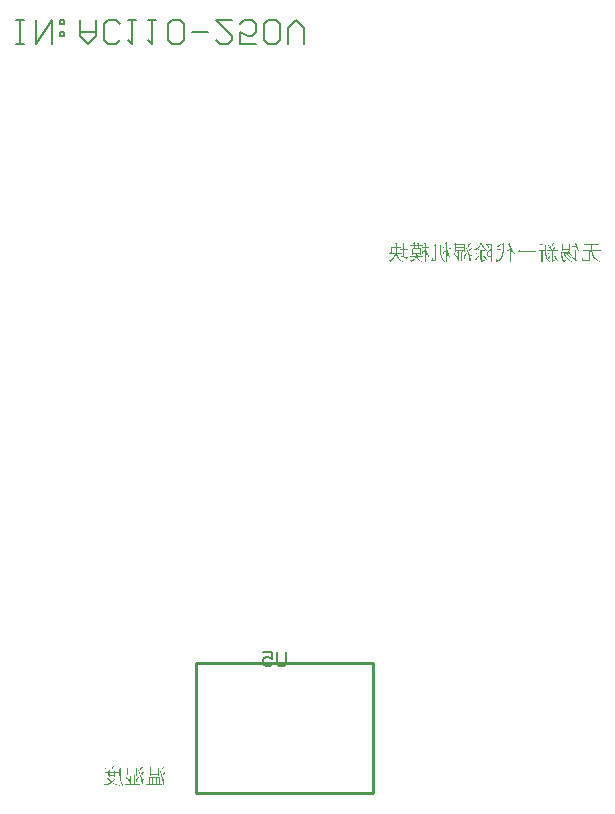
<source format=gbo>
G04*
G04 #@! TF.GenerationSoftware,Altium Limited,Altium Designer,22.3.1 (43)*
G04*
G04 Layer_Color=32896*
%FSLAX25Y25*%
%MOIN*%
G70*
G04*
G04 #@! TF.SameCoordinates,B6214844-F8FF-4874-8B12-997BA8331473*
G04*
G04*
G04 #@! TF.FilePolarity,Positive*
G04*
G01*
G75*
%ADD10C,0.01000*%
%ADD13C,0.00600*%
%ADD16C,0.00800*%
G36*
X379357Y365099D02*
X379353Y364954D01*
X379349Y364817D01*
Y364684D01*
X379346Y364558D01*
X379342Y364440D01*
Y364325D01*
Y364225D01*
X379338Y364133D01*
Y364052D01*
Y363981D01*
Y363926D01*
Y363903D01*
Y363885D01*
Y363870D01*
Y363859D01*
Y363855D01*
Y363852D01*
Y362512D01*
X379342Y362335D01*
X379353Y362161D01*
X379368Y361991D01*
X379394Y361828D01*
X379420Y361669D01*
X379453Y361513D01*
X379494Y361365D01*
X379535Y361221D01*
X379583Y361080D01*
X379631Y360947D01*
X379682Y360818D01*
X379738Y360692D01*
X379794Y360577D01*
X379849Y360462D01*
X379908Y360355D01*
X379967Y360255D01*
X380027Y360159D01*
X380086Y360067D01*
X380141Y359985D01*
X380197Y359904D01*
X380252Y359834D01*
X380304Y359767D01*
X380352Y359704D01*
X380400Y359648D01*
X380441Y359600D01*
X380482Y359560D01*
X380515Y359523D01*
X380541Y359493D01*
X380567Y359471D01*
X380582Y359456D01*
X380593Y359445D01*
X380596Y359441D01*
X380511Y359360D01*
X380371Y359464D01*
X380238Y359575D01*
X380112Y359689D01*
X379997Y359808D01*
X379886Y359930D01*
X379786Y360052D01*
X379694Y360181D01*
X379608Y360311D01*
X379531Y360440D01*
X379457Y360570D01*
X379390Y360703D01*
X379331Y360833D01*
X379275Y360966D01*
X379227Y361091D01*
X379183Y361217D01*
X379146Y361343D01*
X379109Y361465D01*
X379079Y361580D01*
X379053Y361695D01*
X379031Y361802D01*
X379013Y361902D01*
X378998Y361998D01*
X378983Y362090D01*
X378976Y362172D01*
X378965Y362246D01*
X378961Y362316D01*
X378957Y362372D01*
X378954Y362420D01*
X378950Y362460D01*
Y362490D01*
Y362505D01*
Y362512D01*
Y364943D01*
X377636D01*
Y360107D01*
X377633Y360030D01*
X377614Y359959D01*
X377592Y359900D01*
X377562Y359852D01*
X377525Y359808D01*
X377485Y359771D01*
X377440Y359741D01*
X377396Y359719D01*
X377351Y359700D01*
X377311Y359685D01*
X377270Y359678D01*
X377233Y359671D01*
X377203Y359667D01*
X377181Y359663D01*
X376574D01*
X376512Y359667D01*
X376449Y359671D01*
X376390Y359678D01*
X376334Y359685D01*
X376290Y359693D01*
X376253Y359700D01*
X376230Y359708D01*
X376223D01*
X376190Y359719D01*
X376156Y359737D01*
X376123Y359756D01*
X376094Y359782D01*
X376034Y359845D01*
X375982Y359911D01*
X375938Y359974D01*
X375920Y360004D01*
X375905Y360030D01*
X375890Y360052D01*
X375883Y360067D01*
X375875Y360078D01*
Y360081D01*
X375916Y360104D01*
X375949Y360126D01*
X376012Y360178D01*
X376060Y360229D01*
X376097Y360281D01*
X376127Y360329D01*
X376145Y360366D01*
X376149Y360381D01*
X376153Y360392D01*
X376156Y360396D01*
Y360400D01*
X376167Y360444D01*
X376175Y360496D01*
X376182Y360555D01*
X376190Y360618D01*
X376197Y360755D01*
X376204Y360892D01*
X376208Y360958D01*
Y361021D01*
X376212Y361077D01*
Y361125D01*
Y361165D01*
Y361199D01*
Y361217D01*
Y361225D01*
X376349D01*
X376356Y361084D01*
X376360Y360958D01*
X376367Y360844D01*
X376375Y360740D01*
X376382Y360648D01*
X376390Y360566D01*
X376397Y360492D01*
X376401Y360429D01*
X376408Y360377D01*
X376415Y360333D01*
X376419Y360296D01*
X376423Y360270D01*
X376430Y360248D01*
Y360233D01*
X376434Y360226D01*
Y360222D01*
X376445Y360181D01*
X376460Y360148D01*
X376471Y360118D01*
X376489Y360092D01*
X376504Y360074D01*
X376519Y360055D01*
X376552Y360030D01*
X376582Y360011D01*
X376608Y360004D01*
X376623Y360000D01*
X376963D01*
X377011Y360004D01*
X377056Y360011D01*
X377093Y360026D01*
X377126Y360044D01*
X377152Y360063D01*
X377174Y360089D01*
X377192Y360115D01*
X377207Y360141D01*
X377229Y360189D01*
X377240Y360233D01*
Y360252D01*
X377244Y360266D01*
Y360274D01*
Y360278D01*
Y364828D01*
X376963Y364999D01*
X377411Y365387D01*
X377662Y365110D01*
X378950D01*
X379368Y365387D01*
X379357Y365099D01*
D02*
G37*
G36*
X427501Y365276D02*
X432000D01*
X431749Y365025D01*
X431631Y365054D01*
X431516Y365073D01*
X431401Y365088D01*
X431297Y365099D01*
X431253Y365102D01*
X431209Y365106D01*
X431172D01*
X431142Y365110D01*
X429570D01*
X429577Y364951D01*
X429584Y364788D01*
X429599Y364462D01*
X429607Y364303D01*
X429618Y364148D01*
X429625Y364000D01*
X429636Y363859D01*
X429644Y363730D01*
X429655Y363608D01*
X429658Y363552D01*
X429662Y363504D01*
X429666Y363456D01*
Y363411D01*
X429670Y363374D01*
X429673Y363337D01*
Y363308D01*
X429677Y363282D01*
Y363263D01*
X429681Y363249D01*
Y363241D01*
Y363238D01*
X432474D01*
X432223Y362986D01*
X432104Y363016D01*
X431989Y363034D01*
X431875Y363049D01*
X431771Y363060D01*
X431727Y363064D01*
X431682Y363067D01*
X431645D01*
X431616Y363071D01*
X429710D01*
X429751Y362834D01*
X429799Y362609D01*
X429854Y362394D01*
X429917Y362194D01*
X429980Y362005D01*
X430047Y361828D01*
X430114Y361665D01*
X430147Y361591D01*
X430180Y361521D01*
X430213Y361450D01*
X430247Y361387D01*
X430276Y361325D01*
X430306Y361269D01*
X430336Y361217D01*
X430361Y361169D01*
X430387Y361125D01*
X430409Y361084D01*
X430432Y361051D01*
X430450Y361021D01*
X430465Y360992D01*
X430480Y360973D01*
X430491Y360955D01*
X430498Y360944D01*
X430506Y360936D01*
Y360932D01*
X430565Y360855D01*
X430628Y360777D01*
X430694Y360699D01*
X430765Y360622D01*
X430913Y360477D01*
X431072Y360337D01*
X431235Y360204D01*
X431401Y360078D01*
X431568Y359963D01*
X431730Y359856D01*
X431886Y359759D01*
X432030Y359671D01*
X432097Y359634D01*
X432160Y359597D01*
X432219Y359563D01*
X432274Y359534D01*
X432326Y359508D01*
X432371Y359482D01*
X432411Y359464D01*
X432441Y359445D01*
X432467Y359434D01*
X432489Y359423D01*
X432500Y359419D01*
X432504Y359415D01*
X432474Y359301D01*
X432322Y359360D01*
X432178Y359419D01*
X432037Y359482D01*
X431901Y359541D01*
X431771Y359604D01*
X431649Y359667D01*
X431531Y359730D01*
X431416Y359797D01*
X431309Y359859D01*
X431209Y359922D01*
X431109Y359985D01*
X431016Y360044D01*
X430931Y360107D01*
X430850Y360167D01*
X430772Y360222D01*
X430698Y360281D01*
X430631Y360333D01*
X430569Y360388D01*
X430509Y360437D01*
X430458Y360485D01*
X430409Y360529D01*
X430365Y360574D01*
X430324Y360614D01*
X430287Y360648D01*
X430258Y360681D01*
X430232Y360710D01*
X430210Y360736D01*
X430191Y360758D01*
X430176Y360773D01*
X430165Y360784D01*
X430162Y360792D01*
X430158Y360795D01*
X430036Y360966D01*
X429928Y361147D01*
X429829Y361332D01*
X429740Y361521D01*
X429658Y361713D01*
X429588Y361902D01*
X429525Y362087D01*
X429473Y362261D01*
X429425Y362427D01*
X429407Y362509D01*
X429388Y362583D01*
X429374Y362653D01*
X429359Y362719D01*
X429344Y362782D01*
X429333Y362838D01*
X429322Y362890D01*
X429314Y362938D01*
X429307Y362975D01*
X429303Y363008D01*
X429296Y363034D01*
Y363056D01*
X429292Y363067D01*
Y363071D01*
X429040D01*
Y360081D01*
X429033Y360000D01*
X429015Y359926D01*
X428985Y359863D01*
X428948Y359808D01*
X428904Y359763D01*
X428856Y359722D01*
X428800Y359693D01*
X428745Y359667D01*
X428693Y359648D01*
X428637Y359634D01*
X428589Y359623D01*
X428545Y359615D01*
X428508Y359612D01*
X428478Y359608D01*
X426972D01*
X426835Y359604D01*
X426713Y359612D01*
X426602Y359630D01*
X426502Y359660D01*
X426410Y359693D01*
X426332Y359734D01*
X426262Y359778D01*
X426199Y359822D01*
X426147Y359871D01*
X426106Y359919D01*
X426069Y359959D01*
X426044Y360000D01*
X426021Y360033D01*
X426007Y360059D01*
X425999Y360074D01*
X425995Y360081D01*
X426036Y360085D01*
X426073Y360096D01*
X426106Y360111D01*
X426140Y360137D01*
X426169Y360163D01*
X426199Y360196D01*
X426225Y360237D01*
X426247Y360278D01*
X426288Y360374D01*
X426321Y360481D01*
X426351Y360592D01*
X426369Y360710D01*
X426388Y360829D01*
X426399Y360940D01*
X426406Y361047D01*
X426410Y361143D01*
X426413Y361184D01*
Y361225D01*
Y361258D01*
Y361284D01*
Y361310D01*
Y361325D01*
Y361336D01*
Y361339D01*
X426554D01*
X426558Y361199D01*
X426565Y361069D01*
X426573Y360947D01*
X426576Y360840D01*
X426584Y360744D01*
X426591Y360655D01*
X426599Y360577D01*
X426606Y360507D01*
X426610Y360448D01*
X426617Y360396D01*
X426621Y360355D01*
X426628Y360322D01*
X426632Y360296D01*
Y360278D01*
X426636Y360266D01*
Y360263D01*
X426650Y360211D01*
X426669Y360167D01*
X426691Y360126D01*
X426721Y360092D01*
X426750Y360063D01*
X426784Y360037D01*
X426817Y360015D01*
X426854Y359996D01*
X426917Y359970D01*
X426946Y359959D01*
X426976Y359956D01*
X426994Y359948D01*
X427013D01*
X427024Y359945D01*
X428252D01*
X428323Y359952D01*
X428382Y359967D01*
X428437Y359985D01*
X428482Y360011D01*
X428519Y360037D01*
X428552Y360070D01*
X428578Y360100D01*
X428600Y360133D01*
X428615Y360167D01*
X428626Y360196D01*
X428637Y360222D01*
X428641Y360244D01*
X428645Y360263D01*
X428648Y360274D01*
Y360278D01*
Y363071D01*
X426132D01*
X426776Y363711D01*
X427250Y363238D01*
X429262D01*
X429255Y363352D01*
X429248Y363467D01*
X429240Y363574D01*
X429233Y363678D01*
X429225Y363778D01*
X429222Y363878D01*
X429214Y363970D01*
X429211Y364059D01*
X429203Y364144D01*
X429200Y364229D01*
X429188Y364381D01*
X429181Y364521D01*
X429174Y364644D01*
X429170Y364755D01*
X429163Y364847D01*
X429159Y364928D01*
X429155Y364995D01*
Y365043D01*
X429151Y365080D01*
Y365102D01*
Y365110D01*
X426495D01*
X427083Y365698D01*
X427501Y365276D01*
D02*
G37*
G36*
X370610Y365709D02*
X370603Y365528D01*
X370599Y365446D01*
Y365365D01*
X370595Y365287D01*
Y365217D01*
Y365150D01*
X370592Y365095D01*
Y365043D01*
Y364999D01*
Y364965D01*
Y364939D01*
Y364925D01*
Y364917D01*
X371543D01*
Y365417D01*
X371317Y365587D01*
X371931Y365864D01*
X371927Y365761D01*
X371924Y365665D01*
X371920Y365568D01*
X371916Y365480D01*
X371913Y365398D01*
Y365321D01*
X371909Y365247D01*
Y365180D01*
Y365121D01*
X371905Y365069D01*
Y365025D01*
Y364988D01*
Y364958D01*
Y364936D01*
Y364921D01*
Y364917D01*
X373078D01*
X372856Y364692D01*
X372604Y364751D01*
X371905D01*
Y364606D01*
X371909Y364473D01*
X371913Y364407D01*
Y364348D01*
X371916Y364292D01*
Y364240D01*
X371920Y364192D01*
X371924Y364148D01*
Y364111D01*
X371927Y364081D01*
Y364055D01*
X371931Y364037D01*
Y364026D01*
Y364022D01*
X371543Y364218D01*
Y364751D01*
X370592D01*
Y364077D01*
X370199Y364218D01*
X370211Y364303D01*
X370218Y364396D01*
X370222Y364484D01*
X370225Y364569D01*
Y364606D01*
X370229Y364640D01*
Y364673D01*
Y364699D01*
Y364721D01*
Y364736D01*
Y364747D01*
Y364751D01*
X368830D01*
X369334Y365250D01*
X369670Y364917D01*
X370229D01*
Y365391D01*
X369977Y365587D01*
X370618Y365894D01*
X370610Y365709D01*
D02*
G37*
G36*
X416823Y365724D02*
X416760Y365628D01*
X416701Y365531D01*
X416653Y365443D01*
X416608Y365358D01*
X416572Y365276D01*
X416538Y365198D01*
X416512Y365128D01*
X416490Y365065D01*
X416472Y365006D01*
X416461Y364954D01*
X416449Y364910D01*
X416442Y364873D01*
X416435Y364843D01*
Y364821D01*
X416431Y364806D01*
Y364803D01*
X417966D01*
X417719Y364551D01*
X417600Y364581D01*
X417482Y364599D01*
X417367Y364614D01*
X417263Y364625D01*
X417219Y364629D01*
X417175Y364632D01*
X417138D01*
X417108Y364636D01*
X415732D01*
X415754Y364529D01*
X415783Y364418D01*
X415846Y364192D01*
X415917Y363966D01*
X415950Y363859D01*
X415987Y363755D01*
X416020Y363659D01*
X416050Y363574D01*
X416079Y363496D01*
X416105Y363426D01*
X416124Y363371D01*
X416131Y363349D01*
X416139Y363330D01*
X416146Y363315D01*
X416150Y363304D01*
X416153Y363300D01*
Y363297D01*
X418192D01*
X417941Y363045D01*
X417822Y363075D01*
X417707Y363093D01*
X417593Y363108D01*
X417489Y363119D01*
X417445Y363123D01*
X417400Y363126D01*
X417363D01*
X417334Y363130D01*
X416461D01*
Y362150D01*
X417941D01*
X417719Y361924D01*
X417467Y361983D01*
X416461D01*
Y360222D01*
X416464Y360181D01*
X416468Y360148D01*
X416475Y360118D01*
X416490Y360092D01*
X416501Y360074D01*
X416516Y360055D01*
X416549Y360030D01*
X416583Y360011D01*
X416612Y360004D01*
X416634Y360000D01*
X416679D01*
X416723Y360004D01*
X416771Y360007D01*
X416827Y360011D01*
X416938Y360026D01*
X417053Y360041D01*
X417108Y360048D01*
X417156Y360055D01*
X417204Y360063D01*
X417245Y360070D01*
X417278Y360074D01*
X417304Y360078D01*
X417319Y360081D01*
X417326D01*
Y359974D01*
X417263Y359952D01*
X417204Y359930D01*
X417149Y359908D01*
X417097Y359885D01*
X417001Y359837D01*
X416923Y359793D01*
X416853Y359745D01*
X416797Y359697D01*
X416753Y359652D01*
X416716Y359612D01*
X416686Y359571D01*
X416664Y359534D01*
X416649Y359501D01*
X416638Y359471D01*
X416631Y359449D01*
X416627Y359430D01*
Y359419D01*
Y359415D01*
X416535Y359456D01*
X416453Y359497D01*
X416383Y359545D01*
X416320Y359593D01*
X416268Y359645D01*
X416227Y359697D01*
X416190Y359745D01*
X416164Y359793D01*
X416142Y359841D01*
X416127Y359885D01*
X416113Y359922D01*
X416105Y359959D01*
X416102Y359985D01*
X416098Y360007D01*
Y360022D01*
Y360026D01*
Y361983D01*
X414614D01*
X415117Y362483D01*
X415454Y362150D01*
X416098D01*
Y363130D01*
X414448D01*
X414951Y363630D01*
X415288Y363297D01*
X416013D01*
X415965Y363374D01*
X415920Y363445D01*
X415880Y363515D01*
X415839Y363578D01*
X415802Y363641D01*
X415765Y363696D01*
X415732Y363748D01*
X415702Y363792D01*
X415676Y363837D01*
X415650Y363874D01*
X415628Y363903D01*
X415613Y363929D01*
X415598Y363952D01*
X415587Y363966D01*
X415584Y363974D01*
X415580Y363978D01*
X415547Y364026D01*
X415513Y364070D01*
X415476Y364111D01*
X415443Y364144D01*
X415380Y364207D01*
X415325Y364255D01*
X415273Y364288D01*
X415236Y364311D01*
X415221Y364318D01*
X415210Y364325D01*
X415206Y364329D01*
X415203D01*
X415676Y364636D01*
X414699D01*
X415203Y365136D01*
X415539Y364803D01*
X416235D01*
X416205Y364840D01*
X416179Y364873D01*
X416139Y364939D01*
X416109Y364995D01*
X416090Y365043D01*
X416076Y365084D01*
X416072Y365113D01*
X416068Y365132D01*
Y365139D01*
X416072Y365165D01*
X416083Y365195D01*
X416102Y365228D01*
X416116Y365265D01*
X416135Y365295D01*
X416153Y365321D01*
X416164Y365339D01*
X416168Y365347D01*
X416190Y365376D01*
X416220Y365409D01*
X416261Y365446D01*
X416301Y365480D01*
X416350Y365517D01*
X416401Y365554D01*
X416505Y365624D01*
X416553Y365657D01*
X416605Y365687D01*
X416649Y365713D01*
X416686Y365739D01*
X416719Y365757D01*
X416745Y365772D01*
X416760Y365779D01*
X416768Y365783D01*
X416823Y365724D01*
D02*
G37*
G36*
X424297Y365635D02*
X424338Y365465D01*
X424382Y365298D01*
X424427Y365136D01*
X424475Y364980D01*
X424523Y364828D01*
X424571Y364681D01*
X424619Y364540D01*
X424667Y364403D01*
X424715Y364270D01*
X424763Y364144D01*
X424815Y364022D01*
X424863Y363907D01*
X424911Y363796D01*
X424956Y363689D01*
X425004Y363589D01*
X425048Y363496D01*
X425089Y363408D01*
X425133Y363326D01*
X425170Y363249D01*
X425211Y363175D01*
X425244Y363112D01*
X425278Y363053D01*
X425307Y362997D01*
X425337Y362949D01*
X425359Y362908D01*
X425381Y362875D01*
X425400Y362845D01*
X425415Y362823D01*
X425426Y362808D01*
X425429Y362797D01*
X425433Y362793D01*
X425348Y362738D01*
X425237Y362860D01*
X425141Y362971D01*
X425052Y363071D01*
X425015Y363115D01*
X424982Y363160D01*
X424948Y363197D01*
X424922Y363230D01*
X424900Y363256D01*
X424882Y363282D01*
X424863Y363300D01*
X424852Y363315D01*
X424848Y363323D01*
X424845Y363326D01*
X424256D01*
Y362205D01*
X425318D01*
X425067Y361954D01*
X424948Y361983D01*
X424834Y362002D01*
X424719Y362017D01*
X424615Y362028D01*
X424571Y362031D01*
X424527Y362035D01*
X424489D01*
X424460Y362039D01*
X424256D01*
Y360474D01*
X424253Y360429D01*
X424256Y360385D01*
X424267Y360307D01*
X424290Y360241D01*
X424316Y360185D01*
X424345Y360141D01*
X424371Y360107D01*
X424390Y360089D01*
X424393Y360081D01*
X424397D01*
X424064Y359663D01*
X424049Y359693D01*
X424031Y359730D01*
X424009Y359767D01*
X423983Y359808D01*
X423953Y359852D01*
X423920Y359900D01*
X423842Y360000D01*
X423753Y360104D01*
X423661Y360215D01*
X423561Y360326D01*
X423461Y360437D01*
X423365Y360540D01*
X423269Y360640D01*
X423183Y360733D01*
X423106Y360814D01*
X423072Y360847D01*
X423039Y360881D01*
X423013Y360907D01*
X422991Y360929D01*
X422972Y360947D01*
X422958Y360962D01*
X422950Y360969D01*
X422947Y360973D01*
X423028Y361058D01*
X423894Y360444D01*
Y362039D01*
X422751D01*
X423169Y362538D01*
X423476Y362205D01*
X423894D01*
Y363326D01*
X422832D01*
X423280Y363826D01*
X423642Y363493D01*
X424760D01*
X424675Y363645D01*
X424586Y363800D01*
X424504Y363955D01*
X424464Y364029D01*
X424423Y364100D01*
X424390Y364166D01*
X424356Y364225D01*
X424327Y364277D01*
X424304Y364325D01*
X424282Y364362D01*
X424267Y364392D01*
X424260Y364407D01*
X424256Y364414D01*
X422665D01*
X423083Y364999D01*
X423476Y364581D01*
X424201D01*
X424160Y364692D01*
X424120Y364799D01*
X424083Y364891D01*
X424049Y364977D01*
X424034Y365010D01*
X424020Y365043D01*
X424009Y365073D01*
X423997Y365095D01*
X423990Y365113D01*
X423983Y365128D01*
X423979Y365136D01*
Y365139D01*
X423957Y365184D01*
X423935Y365224D01*
X423883Y365298D01*
X423835Y365358D01*
X423783Y365402D01*
X423738Y365435D01*
X423705Y365458D01*
X423690Y365465D01*
X423679Y365472D01*
X423675Y365476D01*
X423672D01*
X424256Y365813D01*
X424297Y365635D01*
D02*
G37*
G36*
X389066Y365557D02*
X388992Y365465D01*
X388921Y365376D01*
X388859Y365295D01*
X388803Y365213D01*
X388751Y365139D01*
X388707Y365069D01*
X388666Y365006D01*
X388629Y364951D01*
X388599Y364895D01*
X388574Y364851D01*
X388551Y364810D01*
X388537Y364777D01*
X388522Y364751D01*
X388514Y364732D01*
X388507Y364721D01*
Y364718D01*
X388496Y364677D01*
X388485Y364644D01*
X388470Y364614D01*
X388459Y364588D01*
X388444Y364569D01*
X388429Y364551D01*
X388403Y364525D01*
X388377Y364507D01*
X388359Y364499D01*
X388344Y364495D01*
X388340D01*
X388318Y364499D01*
X388296Y364514D01*
X388270Y364536D01*
X388248Y364558D01*
X388229Y364581D01*
X388215Y364603D01*
X388204Y364618D01*
X388200Y364621D01*
X388170Y364669D01*
X388152Y364718D01*
X388137Y364762D01*
X388126Y364803D01*
X388119Y364836D01*
X388115Y364865D01*
Y364880D01*
Y364888D01*
X388119Y364921D01*
X388122Y364958D01*
X388133Y364995D01*
X388141Y365028D01*
X388152Y365062D01*
X388163Y365088D01*
X388167Y365102D01*
X388170Y365110D01*
X388178Y365125D01*
X388189Y365139D01*
X388204Y365154D01*
X388222Y365173D01*
X388266Y365210D01*
X388326Y365254D01*
X388389Y365295D01*
X388459Y365339D01*
X388537Y365384D01*
X388611Y365428D01*
X388685Y365472D01*
X388759Y365509D01*
X388825Y365546D01*
X388888Y365580D01*
X388936Y365605D01*
X388977Y365624D01*
X388992Y365631D01*
X389003Y365639D01*
X389006Y365642D01*
X389010D01*
X389066Y365557D01*
D02*
G37*
G36*
X364575Y365757D02*
X364572Y365639D01*
X364568Y365513D01*
X364564Y365380D01*
X364561Y365110D01*
X364557Y364977D01*
Y364847D01*
Y364725D01*
X364553Y364614D01*
Y364510D01*
Y364466D01*
Y364422D01*
Y364385D01*
Y364351D01*
Y364318D01*
Y364296D01*
Y364274D01*
Y364259D01*
Y364251D01*
Y364248D01*
X365782D01*
X365530Y363996D01*
X365412Y364026D01*
X365297Y364044D01*
X365182Y364059D01*
X365079Y364070D01*
X365034Y364074D01*
X364990Y364077D01*
X364953D01*
X364923Y364081D01*
X364553D01*
Y363889D01*
X364557Y363704D01*
Y363526D01*
X364561Y363356D01*
X364564Y363193D01*
X364572Y363041D01*
X364575Y362901D01*
X364579Y362771D01*
X364586Y362653D01*
X364590Y362546D01*
X364594Y362453D01*
X364598Y362412D01*
X364601Y362379D01*
Y362346D01*
X364605Y362316D01*
Y362290D01*
Y362272D01*
X364609Y362257D01*
Y362246D01*
Y362239D01*
Y362235D01*
X366285D01*
X366033Y361983D01*
X365915Y362013D01*
X365800Y362031D01*
X365685Y362046D01*
X365582Y362057D01*
X365537Y362061D01*
X365493Y362065D01*
X365456D01*
X365426Y362068D01*
X364638D01*
X364668Y361891D01*
X364709Y361717D01*
X364757Y361558D01*
X364809Y361406D01*
X364868Y361265D01*
X364927Y361132D01*
X364990Y361014D01*
X365053Y360903D01*
X365112Y360807D01*
X365171Y360721D01*
X365223Y360648D01*
X365271Y360585D01*
X365308Y360537D01*
X365338Y360503D01*
X365356Y360481D01*
X365364Y360474D01*
X365478Y360363D01*
X365604Y360252D01*
X365734Y360148D01*
X365870Y360052D01*
X366011Y359959D01*
X366152Y359871D01*
X366288Y359789D01*
X366422Y359715D01*
X366547Y359648D01*
X366662Y359589D01*
X366770Y359538D01*
X366818Y359515D01*
X366858Y359497D01*
X366899Y359478D01*
X366936Y359460D01*
X366966Y359449D01*
X366991Y359438D01*
X367014Y359426D01*
X367028Y359419D01*
X367036Y359415D01*
X367040D01*
X366954Y359301D01*
X366736Y359382D01*
X366529Y359464D01*
X366337Y359549D01*
X366155Y359637D01*
X365989Y359722D01*
X365837Y359804D01*
X365697Y359885D01*
X365571Y359963D01*
X365460Y360033D01*
X365360Y360100D01*
X365278Y360159D01*
X365241Y360185D01*
X365208Y360211D01*
X365182Y360229D01*
X365156Y360252D01*
X365134Y360266D01*
X365116Y360281D01*
X365105Y360292D01*
X365093Y360300D01*
X365086Y360307D01*
X364964Y360422D01*
X364857Y360551D01*
X364757Y360688D01*
X364672Y360829D01*
X364594Y360973D01*
X364524Y361121D01*
X364464Y361265D01*
X364413Y361406D01*
X364372Y361539D01*
X364335Y361661D01*
X364305Y361776D01*
X364294Y361824D01*
X364283Y361872D01*
X364272Y361917D01*
X364265Y361954D01*
X364261Y361987D01*
X364253Y362013D01*
X364250Y362035D01*
Y362050D01*
X364246Y362061D01*
Y362065D01*
X364050D01*
X364024Y361939D01*
X363995Y361813D01*
X363958Y361687D01*
X363917Y361565D01*
X363872Y361443D01*
X363824Y361328D01*
X363776Y361221D01*
X363728Y361117D01*
X363684Y361021D01*
X363639Y360936D01*
X363599Y360858D01*
X363562Y360792D01*
X363532Y360740D01*
X363510Y360703D01*
X363502Y360688D01*
X363495Y360677D01*
X363491Y360673D01*
Y360670D01*
X363403Y360537D01*
X363310Y360407D01*
X363210Y360281D01*
X363106Y360159D01*
X362999Y360044D01*
X362896Y359937D01*
X362792Y359837D01*
X362696Y359745D01*
X362600Y359660D01*
X362514Y359582D01*
X362433Y359519D01*
X362367Y359464D01*
X362311Y359419D01*
X362289Y359401D01*
X362270Y359386D01*
X362252Y359375D01*
X362241Y359367D01*
X362237Y359360D01*
X362233D01*
X362204Y359419D01*
X362167Y359471D01*
X362122Y359515D01*
X362074Y359556D01*
X362022Y359593D01*
X361971Y359623D01*
X361915Y359645D01*
X361860Y359667D01*
X361808Y359682D01*
X361760Y359697D01*
X361712Y359704D01*
X361675Y359711D01*
X361641Y359719D01*
X361615Y359722D01*
X361593D01*
Y359834D01*
X361749Y359874D01*
X361893Y359922D01*
X362034Y359978D01*
X362167Y360037D01*
X362293Y360100D01*
X362411Y360163D01*
X362518Y360229D01*
X362618Y360296D01*
X362707Y360355D01*
X362788Y360414D01*
X362855Y360470D01*
X362914Y360518D01*
X362959Y360555D01*
X362992Y360585D01*
X363010Y360603D01*
X363018Y360611D01*
X363125Y360725D01*
X363225Y360844D01*
X363317Y360962D01*
X363403Y361088D01*
X363484Y361210D01*
X363558Y361332D01*
X363625Y361447D01*
X363684Y361561D01*
X363736Y361665D01*
X363780Y361761D01*
X363821Y361850D01*
X363854Y361924D01*
X363865Y361957D01*
X363876Y361983D01*
X363887Y362009D01*
X363895Y362031D01*
X363902Y362046D01*
X363906Y362057D01*
X363909Y362065D01*
Y362068D01*
X361564D01*
X362093Y362597D01*
X362459Y362235D01*
X362570D01*
Y363966D01*
X362318Y364192D01*
X362792Y364555D01*
X363018Y364248D01*
X364161D01*
Y365365D01*
X363854Y365587D01*
X364579Y365868D01*
X364575Y365757D01*
D02*
G37*
G36*
X374162Y365824D02*
Y365783D01*
X374158Y365735D01*
Y365680D01*
X374155Y365568D01*
X374151Y365443D01*
X374147Y365310D01*
Y365173D01*
X374144Y365032D01*
Y364895D01*
Y364762D01*
X374140Y364636D01*
Y364521D01*
Y364470D01*
Y364422D01*
Y364377D01*
Y364336D01*
Y364303D01*
Y364274D01*
Y364248D01*
Y364233D01*
Y364222D01*
Y364218D01*
X375313D01*
X375091Y363992D01*
X374839Y364052D01*
X374195D01*
X374255Y363755D01*
X374325Y363467D01*
X374403Y363186D01*
X374491Y362916D01*
X374584Y362657D01*
X374632Y362534D01*
X374680Y362412D01*
X374728Y362298D01*
X374776Y362183D01*
X374824Y362076D01*
X374872Y361972D01*
X374921Y361872D01*
X374965Y361780D01*
X375009Y361691D01*
X375054Y361606D01*
X375095Y361528D01*
X375132Y361454D01*
X375168Y361387D01*
X375202Y361328D01*
X375231Y361273D01*
X375261Y361225D01*
X375283Y361184D01*
X375305Y361151D01*
X375320Y361125D01*
X375331Y361103D01*
X375339Y361091D01*
X375342Y361088D01*
X375283Y361032D01*
X375146Y361191D01*
X375017Y361354D01*
X374898Y361513D01*
X374787Y361676D01*
X374684Y361831D01*
X374591Y361983D01*
X374506Y362131D01*
X374429Y362268D01*
X374362Y362398D01*
X374303Y362512D01*
X374277Y362568D01*
X374255Y362616D01*
X374232Y362664D01*
X374214Y362705D01*
X374195Y362742D01*
X374181Y362779D01*
X374169Y362805D01*
X374158Y362830D01*
X374151Y362849D01*
X374144Y362864D01*
X374140Y362871D01*
Y362634D01*
Y362401D01*
Y362179D01*
Y361968D01*
Y361765D01*
X374144Y361573D01*
Y361387D01*
Y361210D01*
Y361043D01*
X374147Y360884D01*
Y360733D01*
Y360592D01*
Y360459D01*
X374151Y360333D01*
Y360215D01*
Y360107D01*
X374155Y360004D01*
Y359911D01*
Y359822D01*
X374158Y359741D01*
Y359671D01*
Y359604D01*
X374162Y359545D01*
Y359493D01*
Y359449D01*
Y359408D01*
X374166Y359378D01*
Y359349D01*
Y359330D01*
Y359315D01*
Y359308D01*
Y359304D01*
X373748Y359471D01*
X373751Y359552D01*
Y359645D01*
X373755Y359748D01*
X373759Y359863D01*
Y359985D01*
X373762Y360115D01*
Y360248D01*
X373766Y360392D01*
Y360537D01*
Y360688D01*
X373770Y360999D01*
X373774Y361317D01*
Y361628D01*
Y361783D01*
Y361931D01*
Y362079D01*
X373777Y362220D01*
Y362357D01*
Y362483D01*
Y362605D01*
Y362716D01*
Y362816D01*
Y362908D01*
Y362990D01*
Y363056D01*
Y363108D01*
Y363130D01*
Y363149D01*
Y363163D01*
Y363175D01*
Y363178D01*
Y363182D01*
X373711Y363119D01*
X373648Y363053D01*
X373592Y362986D01*
X373537Y362919D01*
X373489Y362853D01*
X373441Y362790D01*
X373400Y362727D01*
X373363Y362668D01*
X373330Y362612D01*
X373300Y362560D01*
X373274Y362516D01*
X373256Y362475D01*
X373241Y362446D01*
X373226Y362420D01*
X373222Y362405D01*
X373219Y362401D01*
X373196Y362346D01*
X373178Y362301D01*
X373159Y362261D01*
X373141Y362224D01*
X373122Y362194D01*
X373108Y362168D01*
X373093Y362150D01*
X373078Y362131D01*
X373056Y362109D01*
X373037Y362098D01*
X373026Y362094D01*
X373023D01*
X373000Y362102D01*
X372978Y362116D01*
X372960Y362142D01*
X372937Y362172D01*
X372923Y362198D01*
X372908Y362224D01*
X372900Y362239D01*
X372897Y362246D01*
X372874Y362301D01*
X372856Y362353D01*
X372845Y362398D01*
X372834Y362438D01*
X372830Y362468D01*
X372826Y362494D01*
Y362509D01*
Y362512D01*
X372834Y362575D01*
X372852Y362638D01*
X372874Y362697D01*
X372904Y362753D01*
X372934Y362797D01*
X372956Y362834D01*
X372974Y362856D01*
X372978Y362860D01*
X372982Y362864D01*
X373015Y362901D01*
X373060Y362938D01*
X373111Y362975D01*
X373170Y363016D01*
X373233Y363056D01*
X373300Y363097D01*
X373437Y363175D01*
X373503Y363212D01*
X373566Y363245D01*
X373622Y363275D01*
X373674Y363300D01*
X373718Y363323D01*
X373748Y363337D01*
X373770Y363349D01*
X373774Y363352D01*
X373777D01*
Y364052D01*
X372630D01*
X373133Y364551D01*
X373470Y364218D01*
X373777D01*
Y365391D01*
X373496Y365587D01*
X374166Y365864D01*
X374162Y365824D01*
D02*
G37*
G36*
X399215Y365250D02*
X399104Y365161D01*
X399004Y365080D01*
X398908Y364999D01*
X398823Y364921D01*
X398749Y364847D01*
X398678Y364777D01*
X398619Y364714D01*
X398564Y364655D01*
X398519Y364603D01*
X398479Y364555D01*
X398445Y364514D01*
X398419Y364477D01*
X398401Y364451D01*
X398386Y364429D01*
X398379Y364418D01*
X398375Y364414D01*
X398353Y364370D01*
X398334Y364333D01*
X398312Y364299D01*
X398293Y364270D01*
X398275Y364244D01*
X398256Y364225D01*
X398223Y364196D01*
X398194Y364177D01*
X398171Y364166D01*
X398157Y364162D01*
X398153D01*
X398131Y364166D01*
X398109Y364181D01*
X398086Y364203D01*
X398064Y364225D01*
X398046Y364248D01*
X398031Y364270D01*
X398020Y364285D01*
X398016Y364288D01*
X397986Y364336D01*
X397968Y364377D01*
X397953Y364418D01*
X397942Y364455D01*
X397935Y364484D01*
X397931Y364507D01*
Y364521D01*
Y364525D01*
X397935Y364562D01*
X397946Y364603D01*
X397960Y364651D01*
X397979Y364695D01*
X397997Y364736D01*
X398012Y364773D01*
X398023Y364795D01*
X398027Y364799D01*
Y364803D01*
X398038Y364821D01*
X398057Y364840D01*
X398079Y364862D01*
X398105Y364884D01*
X398134Y364906D01*
X398171Y364928D01*
X398249Y364973D01*
X398338Y365021D01*
X398434Y365065D01*
X398538Y365113D01*
X398641Y365158D01*
X398745Y365198D01*
X398845Y365239D01*
X398937Y365272D01*
X399019Y365306D01*
X399056Y365317D01*
X399085Y365332D01*
X399115Y365339D01*
X399141Y365350D01*
X399159Y365358D01*
X399174Y365361D01*
X399182Y365365D01*
X399185D01*
X399215Y365250D01*
D02*
G37*
G36*
X381229Y365576D02*
X381222Y365258D01*
Y365102D01*
X381218Y364951D01*
X381214Y364806D01*
Y364669D01*
Y364544D01*
X381211Y364433D01*
Y364329D01*
Y364285D01*
Y364244D01*
Y364207D01*
Y364174D01*
Y364144D01*
Y364122D01*
Y364103D01*
Y364089D01*
Y364081D01*
Y364077D01*
X382383D01*
X382161Y363852D01*
X381910Y363911D01*
X381240D01*
X381281Y363733D01*
X381322Y363556D01*
X381366Y363386D01*
X381414Y363219D01*
X381462Y363053D01*
X381510Y362893D01*
X381562Y362742D01*
X381614Y362590D01*
X381666Y362446D01*
X381717Y362305D01*
X381769Y362168D01*
X381821Y362035D01*
X381873Y361909D01*
X381925Y361791D01*
X381977Y361676D01*
X382025Y361565D01*
X382073Y361461D01*
X382121Y361365D01*
X382165Y361273D01*
X382210Y361188D01*
X382250Y361106D01*
X382291Y361032D01*
X382328Y360966D01*
X382361Y360907D01*
X382391Y360851D01*
X382417Y360803D01*
X382443Y360762D01*
X382461Y360729D01*
X382476Y360703D01*
X382487Y360684D01*
X382494Y360673D01*
X382498Y360670D01*
X382439Y360585D01*
X382291Y360755D01*
X382154Y360932D01*
X382025Y361106D01*
X381906Y361284D01*
X381795Y361461D01*
X381695Y361632D01*
X381603Y361798D01*
X381521Y361954D01*
X381447Y362102D01*
X381384Y362235D01*
X381359Y362298D01*
X381333Y362353D01*
X381311Y362409D01*
X381288Y362457D01*
X381270Y362501D01*
X381255Y362538D01*
X381240Y362572D01*
X381229Y362601D01*
X381222Y362623D01*
X381214Y362638D01*
X381211Y362649D01*
Y362453D01*
Y362257D01*
Y362065D01*
Y361880D01*
Y361702D01*
X381214Y361528D01*
Y361362D01*
Y361203D01*
X381218Y361047D01*
Y360895D01*
Y360755D01*
Y360618D01*
X381222Y360485D01*
Y360363D01*
X381225Y360244D01*
Y360133D01*
Y360026D01*
X381229Y359926D01*
Y359834D01*
Y359748D01*
X381233Y359671D01*
Y359597D01*
Y359530D01*
X381237Y359471D01*
Y359419D01*
Y359375D01*
Y359334D01*
X381240Y359301D01*
Y359278D01*
Y359260D01*
Y359249D01*
Y359245D01*
X380792Y359441D01*
X380796Y359504D01*
Y359582D01*
X380800Y359671D01*
Y359771D01*
X380804Y359878D01*
Y359996D01*
X380807Y360126D01*
Y360259D01*
Y360396D01*
X380811Y360540D01*
Y360688D01*
Y360840D01*
X380815Y361147D01*
Y361458D01*
Y361610D01*
Y361757D01*
X380818Y361906D01*
Y362046D01*
Y362179D01*
Y362309D01*
Y362431D01*
Y362542D01*
Y362646D01*
Y362738D01*
Y362819D01*
Y362886D01*
Y362942D01*
Y362964D01*
Y362982D01*
Y362997D01*
Y363008D01*
Y363012D01*
Y363016D01*
X380733Y362949D01*
X380652Y362879D01*
X380574Y362812D01*
X380504Y362745D01*
X380441Y362679D01*
X380382Y362616D01*
X380326Y362557D01*
X380278Y362501D01*
X380234Y362449D01*
X380197Y362405D01*
X380167Y362364D01*
X380141Y362327D01*
X380119Y362298D01*
X380104Y362279D01*
X380097Y362264D01*
X380093Y362261D01*
X380064Y362213D01*
X380034Y362168D01*
X380008Y362131D01*
X379982Y362098D01*
X379960Y362072D01*
X379942Y362050D01*
X379923Y362031D01*
X379905Y362017D01*
X379879Y361994D01*
X379856Y361983D01*
X379845Y361980D01*
X379842D01*
X379831Y361987D01*
X379819Y362002D01*
X379808Y362024D01*
X379797Y362050D01*
X379790Y362076D01*
X379782Y362098D01*
X379775Y362113D01*
Y362120D01*
X379760Y362172D01*
X379749Y362224D01*
X379742Y362272D01*
X379734Y362313D01*
Y362350D01*
X379731Y362379D01*
Y362394D01*
Y362401D01*
X379734Y362442D01*
X379738Y362479D01*
X379749Y362516D01*
X379764Y362553D01*
X379797Y362612D01*
X379834Y362668D01*
X379875Y362708D01*
X379908Y362738D01*
X379923Y362749D01*
X379934Y362756D01*
X379938Y362764D01*
X379942D01*
X379986Y362790D01*
X380038Y362819D01*
X380101Y362853D01*
X380167Y362886D01*
X380238Y362916D01*
X380311Y362949D01*
X380456Y363012D01*
X380530Y363041D01*
X380596Y363071D01*
X380656Y363093D01*
X380711Y363115D01*
X380755Y363134D01*
X380789Y363145D01*
X380811Y363152D01*
X380815Y363156D01*
X380818D01*
Y363911D01*
X379645D01*
X380123Y364385D01*
X380430Y364077D01*
X380818D01*
Y365446D01*
X380626Y365642D01*
X381240Y365894D01*
X381229Y365576D01*
D02*
G37*
G36*
X367036Y365731D02*
Y365676D01*
X367032Y365617D01*
X367028Y365550D01*
Y365480D01*
X367025Y365402D01*
X367021Y365243D01*
Y365073D01*
X367017Y364899D01*
X367014Y364721D01*
Y364547D01*
Y364377D01*
X367010Y364218D01*
Y364144D01*
Y364074D01*
Y364007D01*
Y363944D01*
Y363889D01*
Y363841D01*
Y363796D01*
Y363759D01*
Y363730D01*
Y363707D01*
Y363693D01*
Y363689D01*
X368157D01*
X367905Y363437D01*
X367787Y363467D01*
X367672Y363485D01*
X367558Y363500D01*
X367454Y363511D01*
X367410Y363515D01*
X367365Y363519D01*
X367328D01*
X367299Y363522D01*
X367010D01*
Y361117D01*
X367143Y361091D01*
X367269Y361069D01*
X367384Y361047D01*
X367491Y361029D01*
X367591Y361010D01*
X367683Y360995D01*
X367769Y360981D01*
X367843Y360966D01*
X367909Y360955D01*
X367965Y360947D01*
X368016Y360940D01*
X368053Y360932D01*
X368087Y360929D01*
X368109Y360925D01*
X368124Y360921D01*
X368127D01*
X367820Y360337D01*
X367806Y360363D01*
X367780Y360392D01*
X367746Y360422D01*
X367709Y360451D01*
X367665Y360481D01*
X367620Y360511D01*
X367521Y360566D01*
X367424Y360618D01*
X367380Y360640D01*
X367339Y360659D01*
X367310Y360673D01*
X367284Y360684D01*
X367265Y360692D01*
X367262Y360696D01*
X367214Y360718D01*
X367158Y360740D01*
X367099Y360766D01*
X367036Y360792D01*
X366899Y360844D01*
X366751Y360899D01*
X366599Y360958D01*
X366440Y361017D01*
X366281Y361077D01*
X366122Y361132D01*
X365974Y361184D01*
X365830Y361236D01*
X365767Y361258D01*
X365704Y361280D01*
X365645Y361302D01*
X365589Y361321D01*
X365541Y361339D01*
X365497Y361354D01*
X365456Y361365D01*
X365423Y361376D01*
X365397Y361387D01*
X365378Y361395D01*
X365367Y361399D01*
X365364D01*
X365389Y361510D01*
X366621Y361228D01*
Y363522D01*
X365389D01*
X365893Y364022D01*
X366229Y363689D01*
X366621D01*
Y365250D01*
X366340Y365476D01*
X367040Y365783D01*
X367036Y365731D01*
D02*
G37*
G36*
X400347Y365476D02*
X400343Y365380D01*
X400340Y365291D01*
X400336Y365202D01*
X400328Y365117D01*
X400325Y365039D01*
X400321Y364969D01*
X400317Y364902D01*
Y364840D01*
X400314Y364788D01*
X400310Y364743D01*
Y364710D01*
X400306Y364684D01*
Y364669D01*
Y364662D01*
X400299Y364569D01*
X400295Y364477D01*
X400280Y364281D01*
X400266Y364085D01*
X400258Y363989D01*
X400251Y363900D01*
X400247Y363815D01*
X400240Y363737D01*
X400236Y363670D01*
X400229Y363608D01*
X400225Y363559D01*
Y363522D01*
X400221Y363511D01*
Y363500D01*
Y363496D01*
Y363493D01*
X401868Y363408D01*
X401590Y363186D01*
X401339Y363267D01*
X400192Y363323D01*
X400173Y363167D01*
X400155Y363019D01*
X400132Y362879D01*
X400110Y362738D01*
X400088Y362609D01*
X400066Y362483D01*
X400044Y362361D01*
X400021Y362246D01*
X399999Y362135D01*
X399973Y362028D01*
X399951Y361928D01*
X399929Y361835D01*
X399907Y361746D01*
X399885Y361661D01*
X399862Y361580D01*
X399840Y361506D01*
X399818Y361436D01*
X399796Y361373D01*
X399777Y361314D01*
X399759Y361258D01*
X399740Y361206D01*
X399722Y361162D01*
X399707Y361121D01*
X399692Y361084D01*
X399681Y361051D01*
X399666Y361021D01*
X399659Y360999D01*
X399648Y360981D01*
X399640Y360966D01*
X399637Y360955D01*
X399633Y360951D01*
Y360947D01*
X399563Y360821D01*
X399489Y360699D01*
X399415Y360585D01*
X399337Y360481D01*
X399259Y360381D01*
X399182Y360289D01*
X399108Y360207D01*
X399037Y360129D01*
X398971Y360063D01*
X398908Y360004D01*
X398852Y359952D01*
X398804Y359911D01*
X398767Y359878D01*
X398738Y359852D01*
X398719Y359837D01*
X398712Y359834D01*
X398612Y359759D01*
X398516Y359693D01*
X398427Y359634D01*
X398349Y359582D01*
X398275Y359534D01*
X398205Y359497D01*
X398146Y359460D01*
X398090Y359434D01*
X398042Y359408D01*
X398001Y359389D01*
X397968Y359375D01*
X397938Y359364D01*
X397920Y359356D01*
X397901Y359349D01*
X397894Y359345D01*
X397890D01*
X397842Y359334D01*
X397801Y359323D01*
X397761Y359312D01*
X397727Y359304D01*
X397698Y359297D01*
X397668Y359293D01*
X397627Y359282D01*
X397598Y359278D01*
X397579Y359275D01*
X397542D01*
X397520Y359282D01*
X397505Y359290D01*
X397494Y359297D01*
X397480Y359319D01*
X397472Y359345D01*
Y359371D01*
X397476Y359393D01*
X397480Y359408D01*
X397483Y359415D01*
X397513Y359501D01*
X397539Y359589D01*
X397557Y359674D01*
X397576Y359752D01*
X397590Y359819D01*
X397598Y359848D01*
X397602Y359871D01*
X397605Y359893D01*
Y359908D01*
X397609Y359915D01*
Y359919D01*
X397613Y359948D01*
X397616Y359978D01*
Y360052D01*
Y360133D01*
Y360226D01*
X397609Y360326D01*
X397605Y360429D01*
X397590Y360636D01*
X397579Y360736D01*
X397572Y360829D01*
X397565Y360914D01*
X397553Y360992D01*
Y361025D01*
X397550Y361054D01*
X397546Y361080D01*
X397542Y361103D01*
Y361121D01*
X397539Y361132D01*
Y361140D01*
Y361143D01*
X397650D01*
X398012Y359919D01*
X398127Y359981D01*
X398238Y360052D01*
X398342Y360129D01*
X398445Y360211D01*
X398545Y360296D01*
X398634Y360381D01*
X398723Y360470D01*
X398800Y360555D01*
X398874Y360636D01*
X398937Y360710D01*
X398993Y360781D01*
X399041Y360844D01*
X399078Y360892D01*
X399108Y360929D01*
X399115Y360944D01*
X399122Y360955D01*
X399130Y360958D01*
Y360962D01*
X399174Y361032D01*
X399219Y361110D01*
X399263Y361191D01*
X399304Y361277D01*
X399378Y361458D01*
X399448Y361647D01*
X399507Y361843D01*
X399563Y362042D01*
X399611Y362242D01*
X399651Y362435D01*
X399688Y362620D01*
X399707Y362708D01*
X399722Y362790D01*
X399733Y362871D01*
X399744Y362945D01*
X399755Y363019D01*
X399766Y363082D01*
X399774Y363141D01*
X399781Y363197D01*
X399785Y363241D01*
X399792Y363278D01*
X399796Y363312D01*
Y363334D01*
X399799Y363349D01*
Y363352D01*
X397539Y363493D01*
X398097Y363966D01*
X398460Y363604D01*
X399829Y363519D01*
X399840Y363626D01*
X399848Y363741D01*
X399859Y363866D01*
X399866Y363996D01*
X399881Y364266D01*
X399888Y364399D01*
X399892Y364529D01*
X399896Y364651D01*
X399903Y364766D01*
X399907Y364869D01*
Y364917D01*
Y364962D01*
X399910Y364999D01*
Y365036D01*
Y365065D01*
X399914Y365091D01*
Y365113D01*
Y365128D01*
Y365136D01*
Y365139D01*
X399688Y365335D01*
X400358Y365672D01*
X400347Y365476D01*
D02*
G37*
G36*
X417408Y364466D02*
X417348Y364370D01*
X417293Y364277D01*
X417245Y364188D01*
X417201Y364107D01*
X417164Y364033D01*
X417130Y363959D01*
X417101Y363896D01*
X417075Y363837D01*
X417053Y363785D01*
X417034Y363737D01*
X417019Y363696D01*
X417008Y363663D01*
X417001Y363637D01*
X416993Y363619D01*
X416990Y363608D01*
Y363604D01*
X416979Y363563D01*
X416967Y363530D01*
X416956Y363500D01*
X416945Y363474D01*
X416934Y363452D01*
X416919Y363434D01*
X416897Y363408D01*
X416879Y363389D01*
X416864Y363382D01*
X416853Y363378D01*
X416849D01*
X416838Y363386D01*
X416819Y363400D01*
X416797Y363422D01*
X416779Y363448D01*
X416760Y363474D01*
X416742Y363496D01*
X416731Y363511D01*
X416727Y363519D01*
X416694Y363570D01*
X416668Y363622D01*
X416653Y363667D01*
X416638Y363711D01*
X416631Y363744D01*
X416627Y363774D01*
Y363789D01*
Y363796D01*
X416634Y363852D01*
X416653Y363903D01*
X416675Y363955D01*
X416705Y364003D01*
X416734Y364044D01*
X416756Y364074D01*
X416775Y364096D01*
X416779Y364103D01*
X416782D01*
X416812Y364137D01*
X416849Y364170D01*
X416890Y364207D01*
X416930Y364240D01*
X417019Y364311D01*
X417112Y364377D01*
X417193Y364433D01*
X417230Y364458D01*
X417263Y364481D01*
X417289Y364499D01*
X417308Y364510D01*
X417323Y364518D01*
X417326Y364521D01*
X417408Y364466D01*
D02*
G37*
G36*
X412446Y365583D02*
X412487Y365550D01*
X412531Y365520D01*
X412579Y365491D01*
X412686Y365432D01*
X412801Y365376D01*
X412927Y365321D01*
X413053Y365272D01*
X413182Y365224D01*
X413312Y365180D01*
X413438Y365139D01*
X413552Y365106D01*
X413660Y365073D01*
X413711Y365062D01*
X413756Y365047D01*
X413797Y365036D01*
X413834Y365028D01*
X413867Y365017D01*
X413893Y365010D01*
X413915Y365006D01*
X413930Y365002D01*
X413941Y364999D01*
X413944D01*
X414337Y365250D01*
X414333Y365028D01*
X414326Y364814D01*
X414322Y364606D01*
X414318Y364407D01*
Y364218D01*
X414315Y364040D01*
X414311Y363874D01*
Y363722D01*
Y363652D01*
Y363585D01*
Y363522D01*
X414307Y363459D01*
Y363404D01*
Y363356D01*
Y363308D01*
Y363263D01*
Y363226D01*
Y363193D01*
Y363163D01*
Y363141D01*
Y363123D01*
Y363108D01*
Y363101D01*
Y363097D01*
Y362923D01*
X414311Y362756D01*
X414315Y362601D01*
X414322Y362449D01*
X414329Y362313D01*
X414340Y362183D01*
X414348Y362061D01*
X414355Y361954D01*
X414366Y361857D01*
X414374Y361769D01*
X414385Y361695D01*
X414392Y361635D01*
X414396Y361584D01*
X414403Y361550D01*
X414407Y361528D01*
Y361521D01*
X414426Y361406D01*
X414451Y361291D01*
X414481Y361180D01*
X414511Y361077D01*
X414544Y360977D01*
X414577Y360884D01*
X414610Y360795D01*
X414644Y360714D01*
X414677Y360640D01*
X414707Y360574D01*
X414736Y360514D01*
X414762Y360466D01*
X414781Y360429D01*
X414795Y360400D01*
X414807Y360385D01*
X414810Y360377D01*
X414869Y360281D01*
X414936Y360189D01*
X415077Y360007D01*
X415147Y359919D01*
X415217Y359837D01*
X415291Y359759D01*
X415358Y359689D01*
X415424Y359623D01*
X415484Y359563D01*
X415535Y359512D01*
X415584Y359467D01*
X415621Y359434D01*
X415650Y359408D01*
X415669Y359393D01*
X415676Y359386D01*
X415621Y359301D01*
X415491Y359382D01*
X415369Y359475D01*
X415251Y359567D01*
X415136Y359667D01*
X415029Y359767D01*
X414929Y359867D01*
X414836Y359967D01*
X414751Y360059D01*
X414673Y360152D01*
X414607Y360233D01*
X414548Y360311D01*
X414500Y360374D01*
X414459Y360429D01*
X414444Y360451D01*
X414429Y360470D01*
X414422Y360485D01*
X414414Y360496D01*
X414407Y360500D01*
Y360503D01*
X414359Y360581D01*
X414315Y360662D01*
X414278Y360747D01*
X414237Y360840D01*
X414204Y360936D01*
X414170Y361032D01*
X414115Y361240D01*
X414070Y361450D01*
X414033Y361669D01*
X414004Y361883D01*
X413981Y362094D01*
X413967Y362298D01*
X413959Y362394D01*
X413956Y362486D01*
X413952Y362572D01*
X413948Y362657D01*
X413944Y362734D01*
Y362805D01*
Y362871D01*
Y362927D01*
Y362979D01*
Y363023D01*
Y363056D01*
Y363078D01*
Y363097D01*
Y363101D01*
X413053D01*
Y362886D01*
Y362675D01*
Y362472D01*
Y362272D01*
Y362076D01*
X413057Y361887D01*
Y361706D01*
Y361528D01*
Y361358D01*
X413060Y361191D01*
Y361032D01*
Y360881D01*
Y360733D01*
X413064Y360592D01*
Y360459D01*
Y360329D01*
X413068Y360211D01*
Y360096D01*
Y359989D01*
X413071Y359893D01*
Y359800D01*
Y359715D01*
X413075Y359637D01*
Y359567D01*
Y359508D01*
Y359452D01*
X413079Y359408D01*
Y359367D01*
Y359338D01*
Y359319D01*
Y359304D01*
Y359301D01*
X412661Y359497D01*
X412664Y359604D01*
X412668Y359708D01*
X412672Y359808D01*
X412675Y359904D01*
X412679Y359996D01*
Y360081D01*
X412683Y360159D01*
Y360233D01*
Y360300D01*
X412686Y360355D01*
Y360407D01*
Y360451D01*
Y360485D01*
Y360511D01*
Y360525D01*
Y360529D01*
Y363101D01*
X411684D01*
X412213Y363630D01*
X412575Y363267D01*
X413944D01*
Y364858D01*
X413782Y364884D01*
X413634Y364906D01*
X413497Y364928D01*
X413371Y364947D01*
X413260Y364965D01*
X413156Y364984D01*
X413064Y364995D01*
X412983Y365010D01*
X412912Y365021D01*
X412853Y365028D01*
X412801Y365036D01*
X412760Y365043D01*
X412731Y365047D01*
X412709Y365051D01*
X412694Y365054D01*
X412690D01*
X412553Y365073D01*
X412416Y365088D01*
X412291Y365095D01*
X412231Y365099D01*
X412176Y365102D01*
X412124Y365106D01*
X412076D01*
X412035Y365110D01*
X411935D01*
X412409Y365613D01*
X412446Y365583D01*
D02*
G37*
G36*
X392003Y363382D02*
X393846D01*
X393595Y363130D01*
X393476Y363160D01*
X393361Y363178D01*
X393247Y363193D01*
X393143Y363204D01*
X393099Y363208D01*
X393054Y363212D01*
X393017D01*
X392988Y363215D01*
X392729D01*
Y362179D01*
X394349D01*
X394098Y361928D01*
X393979Y361957D01*
X393865Y361976D01*
X393750Y361991D01*
X393646Y362002D01*
X393602Y362005D01*
X393558Y362009D01*
X393520D01*
X393491Y362013D01*
X392729D01*
Y360141D01*
X392732Y360100D01*
X392736Y360067D01*
X392743Y360037D01*
X392758Y360011D01*
X392769Y359989D01*
X392784Y359970D01*
X392817Y359941D01*
X392851Y359922D01*
X392880Y359911D01*
X392903Y359908D01*
X393003D01*
X393065Y359911D01*
X393136Y359915D01*
X393213Y359922D01*
X393295Y359930D01*
X393461Y359948D01*
X393543Y359959D01*
X393617Y359967D01*
X393687Y359974D01*
X393750Y359985D01*
X393802Y359989D01*
X393842Y359996D01*
X393857D01*
X393868Y360000D01*
X393876D01*
Y359893D01*
X393805Y359874D01*
X393735Y359856D01*
X393609Y359811D01*
X393498Y359767D01*
X393402Y359719D01*
X393313Y359671D01*
X393239Y359619D01*
X393176Y359571D01*
X393121Y359526D01*
X393076Y359482D01*
X393039Y359438D01*
X393010Y359401D01*
X392988Y359367D01*
X392973Y359341D01*
X392962Y359323D01*
X392954Y359308D01*
Y359304D01*
X392888Y359330D01*
X392829Y359356D01*
X392773Y359386D01*
X392725Y359412D01*
X392681Y359434D01*
X392644Y359460D01*
X392607Y359482D01*
X392577Y359504D01*
X392551Y359526D01*
X392533Y359545D01*
X392514Y359560D01*
X392499Y359575D01*
X392481Y359593D01*
X392477Y359600D01*
X392440Y359663D01*
X392414Y359737D01*
X392392Y359811D01*
X392381Y359885D01*
X392373Y359952D01*
X392370Y359981D01*
X392366Y360007D01*
Y360026D01*
Y360041D01*
Y360052D01*
Y360055D01*
Y362013D01*
X390579D01*
X391053Y362512D01*
X391389Y362179D01*
X392366D01*
Y363215D01*
X391304D01*
X391722Y363659D01*
X392003Y363382D01*
D02*
G37*
G36*
X420068Y365446D02*
X421826D01*
X422247Y365698D01*
X422236Y365458D01*
X422229Y365224D01*
Y365110D01*
X422225Y365002D01*
X422221Y364902D01*
Y364806D01*
Y364718D01*
X422218Y364640D01*
Y364569D01*
Y364510D01*
Y364462D01*
Y364425D01*
Y364403D01*
Y364399D01*
Y364396D01*
Y364148D01*
X422221Y363907D01*
X422225Y363792D01*
Y363678D01*
X422229Y363574D01*
X422232Y363474D01*
X422236Y363382D01*
Y363297D01*
X422240Y363223D01*
X422244Y363160D01*
Y363112D01*
X422247Y363071D01*
Y363060D01*
Y363049D01*
Y363045D01*
Y363041D01*
X421826Y363212D01*
Y363408D01*
X420038D01*
Y363097D01*
X419620Y363267D01*
X419624Y363315D01*
Y363371D01*
X419628Y363430D01*
X419631Y363493D01*
X419635Y363630D01*
X419639Y363778D01*
Y363933D01*
X419642Y364089D01*
X419646Y364251D01*
Y364407D01*
Y364558D01*
X419650Y364699D01*
Y364766D01*
Y364828D01*
Y364888D01*
Y364943D01*
Y364991D01*
Y365036D01*
Y365076D01*
Y365110D01*
Y365136D01*
Y365154D01*
Y365165D01*
Y365169D01*
X419398Y365365D01*
X419872Y365728D01*
X420068Y365446D01*
D02*
G37*
G36*
X392843Y365720D02*
X392906Y365576D01*
X392973Y365435D01*
X393039Y365295D01*
X393110Y365161D01*
X393176Y365032D01*
X393243Y364910D01*
X393306Y364799D01*
X393365Y364692D01*
X393421Y364599D01*
X393469Y364518D01*
X393509Y364447D01*
X393546Y364392D01*
X393561Y364366D01*
X393572Y364348D01*
X393583Y364333D01*
X393587Y364322D01*
X393595Y364318D01*
Y364314D01*
X393691Y364174D01*
X393791Y364040D01*
X393891Y363915D01*
X393990Y363796D01*
X394090Y363685D01*
X394186Y363585D01*
X394279Y363489D01*
X394368Y363404D01*
X394453Y363330D01*
X394531Y363263D01*
X394597Y363204D01*
X394656Y363156D01*
X394701Y363119D01*
X394738Y363093D01*
X394760Y363078D01*
X394764Y363071D01*
X394767D01*
X394712Y362990D01*
X394560Y363075D01*
X394416Y363163D01*
X394279Y363252D01*
X394153Y363345D01*
X394035Y363434D01*
X393924Y363522D01*
X393828Y363608D01*
X393735Y363689D01*
X393657Y363763D01*
X393587Y363833D01*
X393524Y363896D01*
X393476Y363948D01*
X393439Y363992D01*
X393409Y364026D01*
X393395Y364044D01*
X393387Y364052D01*
X393295Y364166D01*
X393210Y364281D01*
X393125Y364392D01*
X393047Y364503D01*
X392969Y364610D01*
X392899Y364710D01*
X392836Y364806D01*
X392777Y364895D01*
X392721Y364980D01*
X392673Y365054D01*
X392633Y365117D01*
X392596Y365176D01*
X392570Y365221D01*
X392547Y365254D01*
X392536Y365272D01*
X392533Y365280D01*
X392473Y365147D01*
X392414Y365017D01*
X392351Y364899D01*
X392288Y364780D01*
X392226Y364673D01*
X392163Y364573D01*
X392103Y364481D01*
X392048Y364396D01*
X391996Y364318D01*
X391944Y364248D01*
X391904Y364192D01*
X391867Y364140D01*
X391833Y364103D01*
X391811Y364074D01*
X391796Y364059D01*
X391793Y364052D01*
X391711Y363959D01*
X391622Y363870D01*
X391534Y363785D01*
X391445Y363704D01*
X391356Y363626D01*
X391271Y363556D01*
X391186Y363489D01*
X391108Y363430D01*
X391030Y363374D01*
X390964Y363326D01*
X390901Y363286D01*
X390849Y363249D01*
X390805Y363223D01*
X390771Y363204D01*
X390753Y363189D01*
X390745Y363186D01*
X390723Y363234D01*
X390694Y363278D01*
X390660Y363319D01*
X390623Y363356D01*
X390586Y363386D01*
X390546Y363411D01*
X390505Y363437D01*
X390468Y363456D01*
X390394Y363485D01*
X390361Y363496D01*
X390331Y363508D01*
X390305Y363511D01*
X390287Y363515D01*
X390276Y363519D01*
X390272D01*
Y363604D01*
X390409Y363648D01*
X390542Y363696D01*
X390668Y363744D01*
X390786Y363796D01*
X390894Y363852D01*
X390997Y363903D01*
X391090Y363955D01*
X391175Y364007D01*
X391252Y364055D01*
X391319Y364100D01*
X391378Y364140D01*
X391426Y364174D01*
X391463Y364203D01*
X391493Y364225D01*
X391508Y364240D01*
X391515Y364244D01*
X391608Y364325D01*
X391696Y364414D01*
X391781Y364507D01*
X391867Y364603D01*
X391948Y364695D01*
X392026Y364791D01*
X392100Y364884D01*
X392166Y364977D01*
X392229Y365062D01*
X392285Y365139D01*
X392333Y365210D01*
X392373Y365272D01*
X392407Y365321D01*
X392433Y365358D01*
X392440Y365372D01*
X392447Y365384D01*
X392451Y365387D01*
Y365391D01*
X392255Y365557D01*
X392784Y365868D01*
X392843Y365720D01*
D02*
G37*
G36*
X389569Y363992D02*
X389484Y363900D01*
X389406Y363811D01*
X389336Y363726D01*
X389273Y363645D01*
X389217Y363567D01*
X389166Y363496D01*
X389121Y363430D01*
X389084Y363371D01*
X389051Y363315D01*
X389025Y363267D01*
X389003Y363226D01*
X388984Y363189D01*
X388969Y363163D01*
X388962Y363145D01*
X388955Y363130D01*
Y363126D01*
X388940Y363082D01*
X388921Y363045D01*
X388907Y363012D01*
X388892Y362982D01*
X388877Y362956D01*
X388862Y362938D01*
X388836Y362908D01*
X388814Y362890D01*
X388799Y362879D01*
X388788Y362875D01*
X388785D01*
X388770Y362879D01*
X388751Y362893D01*
X388729Y362916D01*
X388707Y362938D01*
X388685Y362960D01*
X388666Y362982D01*
X388651Y362997D01*
X388648Y363001D01*
X388611Y363053D01*
X388585Y363115D01*
X388570Y363182D01*
X388559Y363245D01*
X388551Y363300D01*
Y363326D01*
Y363349D01*
Y363367D01*
Y363382D01*
Y363389D01*
Y363393D01*
X388555Y363419D01*
X388562Y363445D01*
X388577Y363471D01*
X388596Y363500D01*
X388618Y363526D01*
X388644Y363556D01*
X388707Y363611D01*
X388781Y363670D01*
X388862Y363726D01*
X388947Y363781D01*
X389036Y363837D01*
X389125Y363885D01*
X389210Y363929D01*
X389291Y363974D01*
X389365Y364007D01*
X389425Y364037D01*
X389451Y364048D01*
X389473Y364059D01*
X389491Y364066D01*
X389502Y364074D01*
X389510Y364077D01*
X389513D01*
X389569Y363992D01*
D02*
G37*
G36*
X405782Y362960D02*
X410981D01*
X410729Y362708D01*
X410607Y362738D01*
X410481Y362756D01*
X410356Y362771D01*
X410237Y362782D01*
X410182Y362786D01*
X410134Y362790D01*
X410089D01*
X410048Y362793D01*
X404609D01*
X405224Y363408D01*
X405782Y362960D01*
D02*
G37*
G36*
X384289Y365280D02*
X386746D01*
X387168Y365531D01*
X387164Y365502D01*
Y365469D01*
X387160Y365432D01*
X387157Y365387D01*
Y365343D01*
X387153Y365291D01*
X387149Y365184D01*
Y365065D01*
X387145Y364943D01*
X387142Y364692D01*
Y364569D01*
X387138Y364455D01*
Y364348D01*
Y364299D01*
Y364251D01*
Y364211D01*
Y364174D01*
Y364140D01*
Y364114D01*
Y364092D01*
Y364077D01*
Y364066D01*
Y364063D01*
Y363955D01*
Y363852D01*
Y363755D01*
Y363663D01*
Y363574D01*
X387142Y363493D01*
Y363415D01*
Y363345D01*
X387145Y363275D01*
Y363212D01*
Y363152D01*
Y363097D01*
X387149Y363045D01*
Y362997D01*
X387153Y362953D01*
Y362916D01*
X387157Y362845D01*
Y362786D01*
X387160Y362742D01*
X387164Y362708D01*
Y362683D01*
X387168Y362664D01*
Y362657D01*
Y362653D01*
X386775Y362823D01*
Y363075D01*
X384233D01*
Y362793D01*
X383841Y362934D01*
X383845Y362964D01*
Y363004D01*
X383849Y363053D01*
X383852Y363108D01*
Y363167D01*
X383856Y363234D01*
Y363308D01*
X383860Y363386D01*
Y363471D01*
Y363556D01*
X383863Y363737D01*
X383867Y363922D01*
Y364114D01*
Y364299D01*
X383871Y364477D01*
Y364562D01*
Y364640D01*
Y364718D01*
Y364788D01*
Y364851D01*
Y364910D01*
Y364962D01*
Y365002D01*
Y365036D01*
Y365062D01*
Y365080D01*
Y365084D01*
X383675Y365250D01*
X384119Y365557D01*
X384289Y365280D01*
D02*
G37*
G36*
X421733Y363182D02*
X421840Y362990D01*
X421955Y362805D01*
X422073Y362631D01*
X422192Y362460D01*
X422314Y362301D01*
X422432Y362153D01*
X422547Y362017D01*
X422654Y361891D01*
X422758Y361780D01*
X422802Y361732D01*
X422847Y361684D01*
X422891Y361643D01*
X422928Y361602D01*
X422961Y361569D01*
X422991Y361539D01*
X423021Y361510D01*
X423043Y361491D01*
X423061Y361473D01*
X423072Y361461D01*
X423080Y361454D01*
X423083Y361450D01*
X423028Y361369D01*
X422913Y361450D01*
X422799Y361536D01*
X422577Y361713D01*
X422469Y361802D01*
X422369Y361887D01*
X422273Y361976D01*
X422184Y362057D01*
X422099Y362135D01*
X422025Y362205D01*
X421962Y362268D01*
X421903Y362324D01*
X421859Y362368D01*
X421826Y362401D01*
X421807Y362423D01*
X421800Y362431D01*
X421296D01*
X421404Y362224D01*
X421518Y362031D01*
X421648Y361843D01*
X421781Y361669D01*
X421918Y361506D01*
X422059Y361354D01*
X422199Y361214D01*
X422332Y361088D01*
X422462Y360973D01*
X422580Y360873D01*
X422691Y360788D01*
X422739Y360751D01*
X422784Y360714D01*
X422824Y360684D01*
X422861Y360659D01*
X422895Y360636D01*
X422921Y360618D01*
X422943Y360603D01*
X422958Y360592D01*
X422969Y360588D01*
X422972Y360585D01*
X422917Y360503D01*
X422788Y360562D01*
X422658Y360625D01*
X422536Y360692D01*
X422421Y360762D01*
X422306Y360836D01*
X422199Y360910D01*
X422096Y360984D01*
X421996Y361062D01*
X421903Y361143D01*
X421814Y361221D01*
X421726Y361302D01*
X421644Y361384D01*
X421570Y361461D01*
X421496Y361543D01*
X421426Y361621D01*
X421363Y361698D01*
X421304Y361772D01*
X421248Y361846D01*
X421197Y361917D01*
X421148Y361983D01*
X421104Y362046D01*
X421063Y362109D01*
X421030Y362164D01*
X420997Y362216D01*
X420967Y362264D01*
X420945Y362305D01*
X420923Y362342D01*
X420908Y362372D01*
X420893Y362398D01*
X420886Y362416D01*
X420878Y362427D01*
Y362431D01*
X420375D01*
X420434Y362257D01*
X420501Y362087D01*
X420571Y361920D01*
X420653Y361761D01*
X420734Y361606D01*
X420823Y361458D01*
X420919Y361317D01*
X421015Y361180D01*
X421115Y361047D01*
X421215Y360921D01*
X421322Y360799D01*
X421426Y360684D01*
X421533Y360574D01*
X421640Y360470D01*
X421744Y360370D01*
X421851Y360278D01*
X421955Y360192D01*
X422055Y360107D01*
X422151Y360033D01*
X422247Y359963D01*
X422336Y359896D01*
X422421Y359837D01*
X422503Y359782D01*
X422577Y359734D01*
X422643Y359693D01*
X422706Y359656D01*
X422758Y359623D01*
X422802Y359597D01*
X422839Y359578D01*
X422865Y359563D01*
X422880Y359556D01*
X422887Y359552D01*
X422832Y359471D01*
X422632Y359549D01*
X422440Y359634D01*
X422258Y359722D01*
X422085Y359822D01*
X421918Y359926D01*
X421759Y360033D01*
X421611Y360144D01*
X421467Y360263D01*
X421333Y360381D01*
X421204Y360503D01*
X421086Y360625D01*
X420971Y360747D01*
X420867Y360873D01*
X420767Y360999D01*
X420675Y361121D01*
X420590Y361243D01*
X420512Y361362D01*
X420438Y361476D01*
X420371Y361591D01*
X420308Y361698D01*
X420253Y361802D01*
X420205Y361902D01*
X420160Y361994D01*
X420120Y362079D01*
X420086Y362153D01*
X420061Y362224D01*
X420035Y362287D01*
X420016Y362335D01*
X420001Y362375D01*
X419990Y362405D01*
X419987Y362423D01*
X419983Y362431D01*
X419620D01*
X419628Y362316D01*
X419635Y362205D01*
X419642Y362098D01*
X419654Y361994D01*
X419661Y361894D01*
X419668Y361798D01*
X419676Y361709D01*
X419683Y361624D01*
X419691Y361539D01*
X419698Y361461D01*
X419705Y361387D01*
X419713Y361317D01*
X419717Y361251D01*
X419724Y361188D01*
X419731Y361128D01*
X419739Y361073D01*
X419750Y360969D01*
X419757Y360884D01*
X419768Y360814D01*
X419776Y360755D01*
X419783Y360710D01*
X419787Y360681D01*
X419791Y360662D01*
Y360655D01*
X419805Y360562D01*
X419828Y360481D01*
X419846Y360407D01*
X419868Y360344D01*
X419890Y360285D01*
X419913Y360237D01*
X419939Y360196D01*
X419961Y360163D01*
X419983Y360133D01*
X420001Y360107D01*
X420020Y360089D01*
X420035Y360078D01*
X420049Y360067D01*
X420061Y360059D01*
X420064Y360055D01*
X420068D01*
X420112Y360044D01*
X420164Y360037D01*
X420297D01*
X420375Y360044D01*
X420457Y360055D01*
X420616Y360081D01*
X420697Y360096D01*
X420771Y360111D01*
X420838Y360126D01*
X420897Y360137D01*
X420949Y360148D01*
X420986Y360159D01*
X421000Y360163D01*
X421011D01*
X421015Y360167D01*
X421019D01*
X421045Y360052D01*
X420982Y360026D01*
X420923Y360000D01*
X420867Y359974D01*
X420815Y359945D01*
X420767Y359919D01*
X420723Y359893D01*
X420645Y359837D01*
X420579Y359782D01*
X420527Y359730D01*
X420482Y359678D01*
X420449Y359630D01*
X420423Y359582D01*
X420401Y359541D01*
X420390Y359504D01*
X420382Y359475D01*
X420375Y359449D01*
Y359426D01*
Y359415D01*
Y359412D01*
X420279Y359434D01*
X420190Y359460D01*
X420109Y359489D01*
X420038Y359519D01*
X419972Y359549D01*
X419913Y359582D01*
X419857Y359612D01*
X419813Y359645D01*
X419772Y359674D01*
X419739Y359700D01*
X419709Y359726D01*
X419687Y359745D01*
X419672Y359763D01*
X419657Y359778D01*
X419654Y359785D01*
X419650Y359789D01*
X419613Y359841D01*
X419583Y359900D01*
X419554Y359967D01*
X419524Y360033D01*
X419480Y360178D01*
X419443Y360318D01*
X419428Y360385D01*
X419417Y360448D01*
X419406Y360503D01*
X419398Y360555D01*
X419391Y360596D01*
X419387Y360625D01*
X419383Y360644D01*
Y360651D01*
X419369Y360770D01*
X419358Y360895D01*
X419343Y361029D01*
X419328Y361165D01*
X419302Y361443D01*
X419291Y361580D01*
X419280Y361709D01*
X419269Y361835D01*
X419258Y361950D01*
X419250Y362050D01*
X419247Y362098D01*
X419243Y362142D01*
X419239Y362179D01*
X419236Y362213D01*
Y362246D01*
X419232Y362268D01*
Y362290D01*
X419228Y362305D01*
Y362313D01*
Y362316D01*
X418976Y362512D01*
X419424Y362875D01*
X419620Y362597D01*
X421689D01*
X421626Y362660D01*
X421570Y362719D01*
X421515Y362775D01*
X421470Y362827D01*
X421433Y362867D01*
X421404Y362901D01*
X421389Y362923D01*
X421382Y362930D01*
X421130Y363016D01*
X421633Y363378D01*
X421733Y363182D01*
D02*
G37*
G36*
X402112Y365698D02*
X402160Y365531D01*
X402212Y365372D01*
X402260Y365221D01*
X402308Y365080D01*
X402356Y364943D01*
X402400Y364817D01*
X402445Y364703D01*
X402486Y364595D01*
X402523Y364503D01*
X402556Y364422D01*
X402582Y364355D01*
X402604Y364299D01*
X402615Y364281D01*
X402623Y364262D01*
X402630Y364248D01*
X402634Y364236D01*
X402637Y364233D01*
Y364229D01*
X402697Y364100D01*
X402756Y363970D01*
X402815Y363848D01*
X402874Y363733D01*
X402930Y363622D01*
X402981Y363519D01*
X403033Y363422D01*
X403081Y363337D01*
X403122Y363256D01*
X403163Y363186D01*
X403196Y363123D01*
X403226Y363071D01*
X403248Y363030D01*
X403266Y363001D01*
X403277Y362982D01*
X403281Y362975D01*
X403403Y362775D01*
X403462Y362679D01*
X403522Y362586D01*
X403581Y362497D01*
X403636Y362412D01*
X403692Y362335D01*
X403744Y362261D01*
X403788Y362194D01*
X403832Y362135D01*
X403869Y362079D01*
X403903Y362035D01*
X403929Y362002D01*
X403951Y361976D01*
X403962Y361961D01*
X403966Y361954D01*
X403881Y361872D01*
X403766Y361983D01*
X403647Y362102D01*
X403533Y362231D01*
X403422Y362361D01*
X403311Y362497D01*
X403203Y362631D01*
X403103Y362764D01*
X403007Y362893D01*
X402918Y363016D01*
X402841Y363126D01*
X402771Y363230D01*
X402741Y363275D01*
X402711Y363319D01*
X402685Y363356D01*
X402663Y363393D01*
X402641Y363422D01*
X402626Y363445D01*
X402615Y363467D01*
X402604Y363482D01*
X402597Y363489D01*
Y360418D01*
Y360333D01*
Y360241D01*
X402600Y360052D01*
X402604Y359863D01*
X402608Y359771D01*
Y359682D01*
X402611Y359597D01*
X402615Y359519D01*
Y359452D01*
X402619Y359389D01*
Y359341D01*
X402623Y359304D01*
Y359293D01*
Y359282D01*
Y359278D01*
Y359275D01*
X402175Y359471D01*
X402186Y359663D01*
X402190Y359756D01*
X402193Y359848D01*
Y359933D01*
X402197Y360011D01*
X402201Y360089D01*
Y360159D01*
Y360222D01*
X402204Y360278D01*
Y360329D01*
Y360370D01*
Y360403D01*
Y360429D01*
Y360444D01*
Y360448D01*
Y363463D01*
X402008Y363659D01*
X402400Y363911D01*
X402315Y364074D01*
X402230Y364236D01*
X402149Y364396D01*
X402112Y364470D01*
X402079Y364544D01*
X402045Y364610D01*
X402016Y364673D01*
X401990Y364725D01*
X401968Y364773D01*
X401949Y364810D01*
X401934Y364840D01*
X401927Y364854D01*
X401923Y364862D01*
X401875Y364951D01*
X401831Y365032D01*
X401786Y365106D01*
X401742Y365169D01*
X401701Y365228D01*
X401664Y365276D01*
X401627Y365321D01*
X401590Y365358D01*
X401561Y365387D01*
X401535Y365413D01*
X401509Y365435D01*
X401487Y365450D01*
X401472Y365461D01*
X401461Y365469D01*
X401453Y365476D01*
X401450D01*
X402064Y365868D01*
X402112Y365698D01*
D02*
G37*
G36*
X370003Y363881D02*
X372046D01*
X372434Y364103D01*
X372430Y363981D01*
X372427Y363859D01*
X372423Y363748D01*
X372419Y363637D01*
X372416Y363533D01*
Y363437D01*
X372412Y363349D01*
Y363267D01*
Y363193D01*
X372408Y363126D01*
Y363067D01*
Y363019D01*
Y362982D01*
Y362953D01*
Y362938D01*
Y362930D01*
Y362834D01*
Y362734D01*
X372412Y362523D01*
X372416Y362313D01*
X372419Y362213D01*
Y362116D01*
X372423Y362024D01*
X372427Y361943D01*
Y361865D01*
X372430Y361802D01*
Y361750D01*
X372434Y361709D01*
Y361695D01*
Y361684D01*
Y361680D01*
Y361676D01*
X372046Y361843D01*
Y362068D01*
X371346D01*
X371350Y361972D01*
X371357Y361880D01*
X371365Y361794D01*
X371369Y361717D01*
X371376Y361643D01*
X371383Y361576D01*
X371391Y361517D01*
X371398Y361465D01*
X371402Y361417D01*
X371409Y361373D01*
X371413Y361339D01*
X371420Y361310D01*
X371424Y361288D01*
Y361273D01*
X371428Y361262D01*
Y361258D01*
X373330D01*
X373078Y361006D01*
X372960Y361036D01*
X372845Y361054D01*
X372730Y361069D01*
X372627Y361080D01*
X372582Y361084D01*
X372538Y361088D01*
X372501D01*
X372471Y361091D01*
X371457D01*
X371498Y360984D01*
X371543Y360877D01*
X371591Y360777D01*
X371646Y360681D01*
X371702Y360588D01*
X371757Y360503D01*
X371813Y360422D01*
X371868Y360348D01*
X371920Y360281D01*
X371968Y360222D01*
X372012Y360170D01*
X372053Y360126D01*
X372086Y360092D01*
X372109Y360067D01*
X372127Y360048D01*
X372131Y360044D01*
X372223Y359963D01*
X372327Y359882D01*
X372434Y359811D01*
X372549Y359745D01*
X372664Y359682D01*
X372782Y359626D01*
X372893Y359575D01*
X373004Y359530D01*
X373111Y359489D01*
X373207Y359456D01*
X373296Y359426D01*
X373374Y359404D01*
X373407Y359393D01*
X373437Y359382D01*
X373463Y359378D01*
X373485Y359371D01*
X373503Y359367D01*
X373515Y359364D01*
X373522Y359360D01*
X373526D01*
X373496Y359275D01*
X373315Y359301D01*
X373141Y359338D01*
X372978Y359378D01*
X372823Y359426D01*
X372675Y359478D01*
X372534Y359538D01*
X372405Y359597D01*
X372279Y359663D01*
X372164Y359734D01*
X372053Y359808D01*
X371950Y359882D01*
X371857Y359959D01*
X371764Y360037D01*
X371683Y360118D01*
X371605Y360196D01*
X371535Y360278D01*
X371472Y360355D01*
X371413Y360433D01*
X371361Y360507D01*
X371313Y360581D01*
X371269Y360651D01*
X371228Y360718D01*
X371195Y360781D01*
X371165Y360840D01*
X371139Y360895D01*
X371121Y360944D01*
X371102Y360984D01*
X371087Y361021D01*
X371076Y361051D01*
X371069Y361069D01*
X371065Y361084D01*
Y361088D01*
X370954D01*
X370899Y360969D01*
X370843Y360858D01*
X370784Y360751D01*
X370721Y360648D01*
X370658Y360548D01*
X370595Y360455D01*
X370529Y360366D01*
X370462Y360281D01*
X370392Y360204D01*
X370325Y360126D01*
X370255Y360055D01*
X370188Y359989D01*
X370118Y359926D01*
X370051Y359867D01*
X369985Y359811D01*
X369922Y359759D01*
X369859Y359711D01*
X369796Y359667D01*
X369681Y359589D01*
X369578Y359526D01*
X369530Y359501D01*
X369485Y359475D01*
X369448Y359456D01*
X369411Y359438D01*
X369382Y359423D01*
X369356Y359412D01*
X369334Y359401D01*
X369319Y359393D01*
X369311Y359389D01*
X369308D01*
X369274Y359445D01*
X369237Y359493D01*
X369197Y359538D01*
X369152Y359575D01*
X369108Y359612D01*
X369063Y359641D01*
X369019Y359663D01*
X368978Y359685D01*
X368897Y359719D01*
X368864Y359730D01*
X368834Y359737D01*
X368808Y359745D01*
X368790Y359748D01*
X368779Y359752D01*
X368775D01*
Y359863D01*
X368912Y359878D01*
X369045Y359896D01*
X369171Y359922D01*
X369289Y359948D01*
X369396Y359981D01*
X369500Y360015D01*
X369593Y360052D01*
X369678Y360085D01*
X369755Y360122D01*
X369822Y360152D01*
X369881Y360185D01*
X369929Y360211D01*
X369966Y360233D01*
X369996Y360252D01*
X370011Y360263D01*
X370018Y360266D01*
X370107Y360333D01*
X370192Y360403D01*
X370273Y360474D01*
X370347Y360544D01*
X370418Y360611D01*
X370484Y360681D01*
X370544Y360747D01*
X370599Y360810D01*
X370647Y360870D01*
X370691Y360921D01*
X370728Y360969D01*
X370758Y361010D01*
X370780Y361047D01*
X370799Y361069D01*
X370810Y361088D01*
X370814Y361091D01*
X368749D01*
X369278Y361621D01*
X369641Y361258D01*
X371039D01*
X371021Y361421D01*
X371002Y361573D01*
X370995Y361643D01*
X370988Y361709D01*
X370980Y361772D01*
X370976Y361831D01*
X370969Y361883D01*
X370965Y361928D01*
X370962Y361968D01*
X370958Y362005D01*
Y362031D01*
X370954Y362053D01*
Y362065D01*
Y362068D01*
X369977D01*
Y361732D01*
X369585Y361898D01*
X369589Y361931D01*
Y361968D01*
X369593Y362013D01*
X369596Y362061D01*
Y362113D01*
X369600Y362172D01*
Y362235D01*
X369604Y362298D01*
Y362435D01*
X369607Y362583D01*
X369611Y362731D01*
Y362879D01*
Y363023D01*
X369615Y363163D01*
Y363289D01*
Y363349D01*
Y363404D01*
Y363452D01*
Y363496D01*
Y363533D01*
Y363567D01*
Y363593D01*
Y363615D01*
Y363626D01*
Y363630D01*
X369389Y363796D01*
X369781Y364133D01*
X370003Y363881D01*
D02*
G37*
G36*
X387808Y362264D02*
X387741Y362164D01*
X387682Y362072D01*
X387626Y361980D01*
X387578Y361894D01*
X387530Y361809D01*
X387490Y361732D01*
X387453Y361661D01*
X387423Y361595D01*
X387393Y361536D01*
X387371Y361480D01*
X387353Y361436D01*
X387334Y361395D01*
X387323Y361365D01*
X387316Y361343D01*
X387308Y361328D01*
Y361325D01*
X387256Y361180D01*
X387234Y361110D01*
X387212Y361047D01*
X387193Y360988D01*
X387175Y360932D01*
X387157Y360881D01*
X387142Y360833D01*
X387131Y360788D01*
X387116Y360751D01*
X387105Y360718D01*
X387097Y360692D01*
X387090Y360670D01*
X387086Y360655D01*
X387083Y360644D01*
Y360640D01*
X387071Y360596D01*
X387057Y360562D01*
X387042Y360537D01*
X387027Y360522D01*
X387016Y360511D01*
X387005Y360507D01*
X387001Y360503D01*
X386997D01*
X386986Y360507D01*
X386975Y360511D01*
X386949Y360529D01*
X386920Y360555D01*
X386894Y360588D01*
X386868Y360618D01*
X386849Y360644D01*
X386835Y360662D01*
X386831Y360670D01*
X386794Y360733D01*
X386768Y360792D01*
X386746Y360851D01*
X386735Y360899D01*
X386727Y360944D01*
X386720Y360977D01*
Y360999D01*
Y361006D01*
X386724Y361040D01*
X386727Y361077D01*
X386750Y361154D01*
X386783Y361236D01*
X386816Y361314D01*
X386853Y361384D01*
X386872Y361413D01*
X386886Y361443D01*
X386897Y361465D01*
X386909Y361480D01*
X386912Y361491D01*
X386916Y361495D01*
X386957Y361558D01*
X387005Y361624D01*
X387060Y361691D01*
X387123Y361761D01*
X387190Y361828D01*
X387256Y361898D01*
X387327Y361965D01*
X387393Y362028D01*
X387460Y362087D01*
X387519Y362142D01*
X387578Y362194D01*
X387626Y362235D01*
X387667Y362272D01*
X387700Y362298D01*
X387719Y362313D01*
X387726Y362320D01*
X387808Y362264D01*
D02*
G37*
G36*
X415846Y361480D02*
X415769Y361387D01*
X415702Y361299D01*
X415639Y361214D01*
X415580Y361132D01*
X415528Y361054D01*
X415484Y360984D01*
X415443Y360918D01*
X415410Y360858D01*
X415380Y360803D01*
X415354Y360755D01*
X415332Y360710D01*
X415317Y360677D01*
X415302Y360648D01*
X415295Y360629D01*
X415288Y360614D01*
Y360611D01*
X415273Y360566D01*
X415258Y360529D01*
X415243Y360496D01*
X415228Y360466D01*
X415217Y360440D01*
X415206Y360422D01*
X415184Y360392D01*
X415169Y360374D01*
X415158Y360363D01*
X415151Y360359D01*
X415147D01*
X415125Y360366D01*
X415103Y360385D01*
X415077Y360407D01*
X415055Y360437D01*
X415036Y360466D01*
X415021Y360488D01*
X415010Y360507D01*
X415006Y360514D01*
X414977Y360570D01*
X414958Y360622D01*
X414944Y360666D01*
X414932Y360707D01*
X414925Y360736D01*
X414921Y360762D01*
Y360777D01*
Y360781D01*
Y360807D01*
X414929Y360836D01*
X414947Y360888D01*
X414977Y360940D01*
X415006Y360988D01*
X415036Y361029D01*
X415066Y361058D01*
X415084Y361080D01*
X415088Y361088D01*
X415092D01*
X415129Y361121D01*
X415169Y361154D01*
X415217Y361195D01*
X415269Y361232D01*
X415387Y361310D01*
X415502Y361387D01*
X415561Y361424D01*
X415613Y361454D01*
X415661Y361484D01*
X415706Y361510D01*
X415739Y361532D01*
X415769Y361547D01*
X415783Y361558D01*
X415791Y361561D01*
X415846Y361480D01*
D02*
G37*
G36*
X392059Y361450D02*
X391981Y361384D01*
X391911Y361314D01*
X391841Y361251D01*
X391774Y361184D01*
X391715Y361121D01*
X391659Y361062D01*
X391608Y361006D01*
X391560Y360951D01*
X391519Y360903D01*
X391482Y360858D01*
X391448Y360821D01*
X391423Y360788D01*
X391400Y360762D01*
X391386Y360740D01*
X391378Y360729D01*
X391374Y360725D01*
X391282Y360592D01*
X391197Y360466D01*
X391130Y360355D01*
X391097Y360303D01*
X391071Y360255D01*
X391045Y360211D01*
X391027Y360170D01*
X391008Y360137D01*
X390993Y360111D01*
X390982Y360085D01*
X390975Y360070D01*
X390967Y360059D01*
Y360055D01*
X390956Y360022D01*
X390945Y359993D01*
X390934Y359967D01*
X390923Y359945D01*
X390901Y359911D01*
X390879Y359889D01*
X390860Y359874D01*
X390845Y359867D01*
X390834Y359863D01*
X390831D01*
X390808Y359871D01*
X390782Y359885D01*
X390753Y359911D01*
X390727Y359941D01*
X390701Y359967D01*
X390683Y359993D01*
X390668Y360007D01*
X390664Y360015D01*
X390646Y360044D01*
X390627Y360074D01*
X390605Y360129D01*
X390594Y360189D01*
X390590Y360237D01*
X390594Y360281D01*
X390598Y360318D01*
X390601Y360340D01*
X390605Y360344D01*
Y360348D01*
X390620Y360381D01*
X390634Y360418D01*
X390660Y360459D01*
X390686Y360496D01*
X390745Y360574D01*
X390808Y360644D01*
X390868Y360710D01*
X390894Y360736D01*
X390919Y360762D01*
X390938Y360781D01*
X390953Y360795D01*
X390964Y360803D01*
X390967Y360807D01*
X391030Y360862D01*
X391101Y360918D01*
X391178Y360977D01*
X391260Y361040D01*
X391430Y361162D01*
X391600Y361277D01*
X391682Y361328D01*
X391756Y361380D01*
X391826Y361424D01*
X391885Y361461D01*
X391933Y361491D01*
X391970Y361517D01*
X391985Y361524D01*
X391996Y361532D01*
X392000Y361536D01*
X392003D01*
X392059Y361450D01*
D02*
G37*
G36*
X386380Y362882D02*
Y362823D01*
X386376Y362749D01*
Y362668D01*
X386372Y362579D01*
Y362479D01*
X386368Y362368D01*
Y362257D01*
Y362135D01*
X386365Y362009D01*
Y361880D01*
Y361746D01*
X386361Y361476D01*
Y361203D01*
Y360936D01*
X386357Y360803D01*
Y360677D01*
Y360559D01*
Y360444D01*
Y360333D01*
Y360233D01*
Y360141D01*
Y360059D01*
Y359985D01*
Y359922D01*
Y359874D01*
Y359837D01*
Y359826D01*
Y359815D01*
Y359811D01*
Y359808D01*
X388255D01*
X388004Y359556D01*
X387885Y359582D01*
X387771Y359604D01*
X387656Y359619D01*
X387552Y359626D01*
X387508Y359630D01*
X387464Y359634D01*
X387427D01*
X387397Y359637D01*
X383061D01*
X383534Y360167D01*
X383897Y359808D01*
X384848D01*
Y360529D01*
X384652Y360707D01*
X384559Y360792D01*
X384470Y360877D01*
X384385Y360958D01*
X384304Y361040D01*
X384230Y361114D01*
X384159Y361184D01*
X384097Y361247D01*
X384041Y361302D01*
X383989Y361354D01*
X383949Y361399D01*
X383915Y361432D01*
X383889Y361458D01*
X383875Y361476D01*
X383871Y361480D01*
X383793Y361565D01*
X383719Y361639D01*
X383653Y361706D01*
X383586Y361761D01*
X383527Y361813D01*
X383471Y361857D01*
X383423Y361891D01*
X383375Y361924D01*
X383334Y361946D01*
X383297Y361968D01*
X383268Y361983D01*
X383242Y361994D01*
X383223Y362002D01*
X383209Y362005D01*
X383201Y362009D01*
X383197D01*
X383701Y362457D01*
X383764Y362313D01*
X383838Y362164D01*
X383919Y362017D01*
X384008Y361869D01*
X384104Y361720D01*
X384200Y361576D01*
X384296Y361439D01*
X384389Y361310D01*
X384481Y361184D01*
X384566Y361073D01*
X384644Y360973D01*
X384678Y360929D01*
X384711Y360888D01*
X384740Y360855D01*
X384766Y360821D01*
X384792Y360792D01*
X384811Y360770D01*
X384825Y360751D01*
X384837Y360736D01*
X384844Y360729D01*
X384848Y360725D01*
Y362457D01*
X384652Y362623D01*
X385240Y362930D01*
X385236Y362879D01*
Y362812D01*
X385232Y362738D01*
X385229Y362653D01*
Y362560D01*
X385225Y362457D01*
Y362346D01*
X385221Y362231D01*
Y362109D01*
Y361983D01*
X385218Y361854D01*
Y361724D01*
X385214Y361454D01*
Y361180D01*
Y360918D01*
Y360788D01*
X385210Y360662D01*
Y360544D01*
Y360433D01*
Y360326D01*
Y360226D01*
Y360133D01*
Y360052D01*
Y359981D01*
Y359922D01*
Y359874D01*
Y359837D01*
Y359815D01*
Y359811D01*
Y359808D01*
X385991D01*
Y362486D01*
X385769Y362683D01*
X386383Y362930D01*
X386380Y362882D01*
D02*
G37*
G36*
X393646Y361587D02*
X393676Y361521D01*
X393709Y361454D01*
X393746Y361387D01*
X393828Y361247D01*
X393909Y361110D01*
X393950Y361051D01*
X393987Y360992D01*
X394020Y360940D01*
X394053Y360895D01*
X394075Y360858D01*
X394098Y360829D01*
X394109Y360814D01*
X394112Y360807D01*
X394257Y360614D01*
X394335Y360522D01*
X394408Y360437D01*
X394482Y360355D01*
X394556Y360278D01*
X394627Y360204D01*
X394693Y360137D01*
X394756Y360078D01*
X394815Y360022D01*
X394864Y359974D01*
X394908Y359937D01*
X394945Y359904D01*
X394971Y359882D01*
X394986Y359867D01*
X394993Y359863D01*
X394938Y359778D01*
X394834Y359837D01*
X394730Y359904D01*
X394527Y360041D01*
X394431Y360115D01*
X394338Y360185D01*
X394249Y360255D01*
X394168Y360326D01*
X394094Y360388D01*
X394027Y360451D01*
X393968Y360503D01*
X393916Y360551D01*
X393876Y360588D01*
X393846Y360618D01*
X393828Y360636D01*
X393820Y360644D01*
X393724Y360744D01*
X393639Y360829D01*
X393558Y360907D01*
X393487Y360969D01*
X393421Y361029D01*
X393365Y361073D01*
X393313Y361114D01*
X393269Y361147D01*
X393232Y361173D01*
X393202Y361191D01*
X393176Y361206D01*
X393154Y361217D01*
X393139Y361221D01*
X393128Y361225D01*
X393125Y361228D01*
X393121D01*
X393624Y361647D01*
X393646Y361587D01*
D02*
G37*
G36*
X417341Y361443D02*
X417415Y361247D01*
X417493Y361062D01*
X417570Y360888D01*
X417652Y360725D01*
X417730Y360574D01*
X417807Y360433D01*
X417881Y360307D01*
X417948Y360192D01*
X418014Y360092D01*
X418070Y360007D01*
X418096Y359970D01*
X418122Y359933D01*
X418144Y359904D01*
X418162Y359878D01*
X418177Y359856D01*
X418192Y359837D01*
X418203Y359822D01*
X418211Y359811D01*
X418218Y359808D01*
Y359804D01*
X418137Y359748D01*
X418033Y359845D01*
X417926Y359948D01*
X417822Y360059D01*
X417719Y360174D01*
X417619Y360296D01*
X417519Y360414D01*
X417426Y360537D01*
X417341Y360651D01*
X417260Y360762D01*
X417186Y360866D01*
X417123Y360958D01*
X417067Y361040D01*
X417045Y361073D01*
X417023Y361106D01*
X417004Y361132D01*
X416990Y361154D01*
X416979Y361173D01*
X416971Y361188D01*
X416964Y361195D01*
Y361199D01*
X416738Y361310D01*
X417271Y361647D01*
X417341Y361443D01*
D02*
G37*
G36*
X387700Y364325D02*
X387786Y364111D01*
X387867Y363911D01*
X387941Y363722D01*
X388015Y363545D01*
X388082Y363378D01*
X388144Y363223D01*
X388204Y363078D01*
X388259Y362945D01*
X388311Y362819D01*
X388359Y362708D01*
X388403Y362601D01*
X388444Y362505D01*
X388481Y362416D01*
X388514Y362338D01*
X388548Y362264D01*
X388577Y362198D01*
X388603Y362142D01*
X388625Y362090D01*
X388648Y362042D01*
X388666Y362005D01*
X388681Y361968D01*
X388696Y361943D01*
X388707Y361917D01*
X388718Y361894D01*
X388725Y361880D01*
X388740Y361857D01*
X388744Y361846D01*
X388748Y361843D01*
X388777Y361802D01*
X388803Y361769D01*
X388829Y361735D01*
X388855Y361709D01*
X388903Y361665D01*
X388944Y361635D01*
X388977Y361613D01*
X389003Y361598D01*
X389018Y361591D01*
X389025D01*
X389051Y361587D01*
X389088Y361584D01*
X389173D01*
X389269Y361587D01*
X389373Y361595D01*
X389421Y361602D01*
X389469Y361606D01*
X389510Y361610D01*
X389547Y361613D01*
X389580Y361617D01*
X389602D01*
X389621Y361621D01*
X389624D01*
Y361506D01*
X389554Y361484D01*
X389491Y361465D01*
X389432Y361447D01*
X389376Y361424D01*
X389332Y361410D01*
X389288Y361391D01*
X389251Y361373D01*
X389217Y361358D01*
X389192Y361347D01*
X389166Y361332D01*
X389147Y361321D01*
X389132Y361314D01*
X389121Y361306D01*
X389114Y361299D01*
X389106Y361295D01*
X389066Y361258D01*
X389032Y361214D01*
X389010Y361169D01*
X388995Y361128D01*
X388988Y361091D01*
X388981Y361058D01*
Y361040D01*
Y361036D01*
Y361032D01*
Y360999D01*
X388984Y360962D01*
X388999Y360884D01*
X389018Y360799D01*
X389036Y360718D01*
X389058Y360644D01*
X389069Y360614D01*
X389077Y360585D01*
X389084Y360562D01*
X389092Y360544D01*
X389095Y360533D01*
Y360529D01*
X389121Y360437D01*
X389143Y360351D01*
X389158Y360278D01*
X389166Y360211D01*
X389173Y360155D01*
Y360133D01*
X389177Y360115D01*
Y360100D01*
Y360089D01*
Y360085D01*
Y360081D01*
X389173Y360041D01*
X389169Y360004D01*
X389147Y359941D01*
X389114Y359885D01*
X389077Y359841D01*
X389043Y359808D01*
X389010Y359785D01*
X388988Y359771D01*
X388984Y359767D01*
X388981D01*
X388914Y359734D01*
X388855Y359708D01*
X388807Y359693D01*
X388770Y359678D01*
X388740Y359671D01*
X388718Y359667D01*
X388703D01*
X388673Y359671D01*
X388655Y359685D01*
X388640Y359704D01*
X388629Y359722D01*
X388622Y359745D01*
X388618Y359759D01*
Y359774D01*
Y359778D01*
Y359819D01*
Y359863D01*
Y359911D01*
X388614Y359967D01*
Y360078D01*
X388611Y360185D01*
Y360241D01*
Y360289D01*
Y360333D01*
X388607Y360370D01*
Y360403D01*
Y360425D01*
Y360444D01*
Y360448D01*
X388599Y360622D01*
X388592Y360703D01*
X388588Y360781D01*
X388581Y360858D01*
X388574Y360929D01*
X388566Y360995D01*
X388559Y361058D01*
X388551Y361114D01*
X388544Y361162D01*
X388537Y361206D01*
X388533Y361243D01*
X388529Y361269D01*
X388526Y361291D01*
X388522Y361306D01*
Y361310D01*
X388514Y361354D01*
X388500Y361410D01*
X388481Y361480D01*
X388459Y361561D01*
X388433Y361650D01*
X388400Y361754D01*
X388370Y361861D01*
X388333Y361980D01*
X388292Y362102D01*
X388255Y362231D01*
X388211Y362364D01*
X388167Y362501D01*
X388078Y362782D01*
X387985Y363064D01*
X387893Y363345D01*
X387848Y363478D01*
X387804Y363611D01*
X387763Y363737D01*
X387723Y363859D01*
X387686Y363974D01*
X387649Y364077D01*
X387619Y364174D01*
X387589Y364262D01*
X387563Y364340D01*
X387541Y364403D01*
X387523Y364455D01*
X387512Y364492D01*
X387508Y364507D01*
X387504Y364518D01*
X387501Y364521D01*
Y364525D01*
X387612Y364551D01*
X387700Y364325D01*
D02*
G37*
G36*
X394908Y365280D02*
X396000D01*
X396362Y365531D01*
X396358Y365439D01*
Y365343D01*
X396355Y365239D01*
X396351Y365136D01*
X396347Y364910D01*
X396344Y364677D01*
Y364440D01*
X396340Y364199D01*
X396336Y363959D01*
Y363730D01*
Y363615D01*
Y363508D01*
Y363404D01*
X396333Y363304D01*
Y363208D01*
Y363119D01*
Y363034D01*
Y362956D01*
Y362886D01*
Y362823D01*
Y362768D01*
Y362723D01*
Y362686D01*
Y362660D01*
Y362646D01*
Y362638D01*
Y362279D01*
Y361939D01*
Y361772D01*
X396336Y361610D01*
Y361450D01*
Y361295D01*
X396340Y361143D01*
Y360999D01*
Y360858D01*
Y360721D01*
X396344Y360592D01*
Y360466D01*
X396347Y360344D01*
Y360229D01*
Y360118D01*
X396351Y360018D01*
Y359919D01*
Y359826D01*
X396355Y359745D01*
Y359663D01*
Y359593D01*
X396358Y359526D01*
Y359471D01*
Y359419D01*
Y359375D01*
X396362Y359341D01*
Y359312D01*
Y359290D01*
Y359278D01*
Y359275D01*
X396000Y359471D01*
Y365113D01*
X394908D01*
X395522Y363434D01*
X395419Y363300D01*
X395326Y363175D01*
X395245Y363056D01*
X395174Y362942D01*
X395115Y362838D01*
X395063Y362738D01*
X395019Y362649D01*
X394982Y362568D01*
X394952Y362494D01*
X394930Y362431D01*
X394912Y362375D01*
X394901Y362331D01*
X394889Y362294D01*
X394886Y362268D01*
X394882Y362250D01*
Y362246D01*
X394875Y362164D01*
X394867Y362087D01*
Y362020D01*
Y361957D01*
X394871Y361902D01*
X394878Y361850D01*
X394886Y361806D01*
X394893Y361769D01*
X394901Y361732D01*
X394912Y361706D01*
X394923Y361684D01*
X394930Y361665D01*
X394938Y361650D01*
X394945Y361639D01*
X394949Y361635D01*
Y361632D01*
X395001Y361580D01*
X395060Y361543D01*
X395123Y361517D01*
X395185Y361498D01*
X395241Y361487D01*
X395285Y361484D01*
X395300Y361480D01*
X395326D01*
X395422Y361484D01*
X395518Y361495D01*
X395615Y361506D01*
X395700Y361524D01*
X395741Y361532D01*
X395774Y361539D01*
X395807Y361547D01*
X395833Y361550D01*
X395855Y361558D01*
X395870Y361561D01*
X395881Y361565D01*
X395885D01*
Y361450D01*
X395792Y361413D01*
X395707Y361369D01*
X395633Y361325D01*
X395567Y361280D01*
X395507Y361236D01*
X395459Y361188D01*
X395415Y361143D01*
X395378Y361099D01*
X395348Y361054D01*
X395326Y361017D01*
X395308Y360981D01*
X395293Y360951D01*
X395282Y360925D01*
X395274Y360907D01*
X395271Y360895D01*
Y360892D01*
X395200Y360925D01*
X395134Y360958D01*
X395071Y360992D01*
X395015Y361029D01*
X394964Y361062D01*
X394915Y361095D01*
X394871Y361128D01*
X394834Y361158D01*
X394797Y361188D01*
X394767Y361214D01*
X394742Y361240D01*
X394723Y361258D01*
X394708Y361277D01*
X394693Y361288D01*
X394690Y361295D01*
X394686Y361299D01*
X394653Y361343D01*
X394619Y361391D01*
X394568Y361480D01*
X394531Y361569D01*
X394501Y361654D01*
X394490Y361691D01*
X394482Y361724D01*
X394475Y361754D01*
X394471Y361780D01*
X394468Y361798D01*
X394464Y361817D01*
Y361824D01*
Y361828D01*
X394460Y361939D01*
X394464Y362050D01*
X394475Y362153D01*
X394494Y362246D01*
X394501Y362287D01*
X394512Y362327D01*
X394519Y362361D01*
X394527Y362386D01*
X394534Y362412D01*
X394542Y362427D01*
X394545Y362438D01*
Y362442D01*
X394571Y362505D01*
X394612Y362579D01*
X394664Y362653D01*
X394723Y362734D01*
X394790Y362816D01*
X394860Y362897D01*
X394930Y362979D01*
X395004Y363060D01*
X395078Y363134D01*
X395145Y363204D01*
X395211Y363267D01*
X395267Y363323D01*
X395315Y363371D01*
X395348Y363404D01*
X395363Y363415D01*
X395374Y363426D01*
X395378Y363434D01*
X395382D01*
X394490Y364999D01*
X394238Y365169D01*
X394631Y365557D01*
X394908Y365280D01*
D02*
G37*
G36*
X285125Y191024D02*
Y190987D01*
X285121Y190946D01*
Y190902D01*
X285117Y190802D01*
X285114Y190695D01*
X285110Y190580D01*
Y190462D01*
X285106Y190340D01*
Y190221D01*
Y190106D01*
X285102Y189996D01*
Y189896D01*
Y189811D01*
Y189770D01*
Y189736D01*
Y189707D01*
Y189681D01*
Y189659D01*
Y189644D01*
Y189637D01*
Y189633D01*
Y189433D01*
Y189252D01*
X285106Y189078D01*
Y188919D01*
X285110Y188775D01*
Y188641D01*
X285114Y188519D01*
Y188412D01*
X285117Y188319D01*
X285121Y188238D01*
Y188168D01*
X285125Y188112D01*
Y188068D01*
X285128Y188038D01*
Y188020D01*
Y188012D01*
X284736Y188179D01*
Y188405D01*
X282531D01*
Y188094D01*
X282139Y188234D01*
X282142Y188301D01*
Y188371D01*
X282146Y188449D01*
X282150Y188527D01*
Y188612D01*
X282154Y188700D01*
X282157Y188885D01*
Y189078D01*
X282161Y189270D01*
X282165Y189466D01*
Y189659D01*
Y189844D01*
Y189933D01*
X282168Y190018D01*
Y190099D01*
Y190173D01*
Y190243D01*
Y190310D01*
Y190369D01*
Y190425D01*
Y190473D01*
Y190510D01*
Y190543D01*
Y190565D01*
Y190580D01*
Y190584D01*
X281972Y190750D01*
X282390Y191057D01*
X282586Y190780D01*
X284736D01*
X285128Y191057D01*
X285125Y191024D01*
D02*
G37*
G36*
X270288Y191335D02*
X270232Y191268D01*
X270180Y191205D01*
X270136Y191150D01*
X270095Y191094D01*
X270058Y191046D01*
X270025Y190998D01*
X269995Y190957D01*
X269969Y190920D01*
X269947Y190887D01*
X269932Y190858D01*
X269918Y190832D01*
X269903Y190813D01*
X269895Y190798D01*
X269888Y190787D01*
X269884Y190780D01*
Y190776D01*
X269851Y190706D01*
X269821Y190636D01*
X269799Y190576D01*
X269781Y190521D01*
X269770Y190477D01*
X269762Y190443D01*
X269755Y190421D01*
Y190417D01*
Y190414D01*
X271964D01*
X272437Y190691D01*
X272426Y190587D01*
X272419Y190469D01*
X272411Y190343D01*
X272408Y190214D01*
X272400Y189944D01*
X272397Y189807D01*
Y189677D01*
Y189551D01*
X272393Y189437D01*
Y189333D01*
X272397Y189285D01*
Y189241D01*
Y189200D01*
Y189163D01*
Y189133D01*
Y189108D01*
Y189089D01*
Y189070D01*
Y189063D01*
Y189059D01*
X272400Y188852D01*
X272408Y188649D01*
X272415Y188449D01*
X272426Y188257D01*
X272441Y188068D01*
X272456Y187890D01*
X272471Y187720D01*
X272485Y187565D01*
X272500Y187420D01*
X272508Y187354D01*
X272515Y187291D01*
X272519Y187232D01*
X272526Y187176D01*
X272533Y187124D01*
X272537Y187080D01*
X272545Y187036D01*
X272548Y186998D01*
X272552Y186969D01*
X272556Y186943D01*
X272559Y186921D01*
Y186906D01*
X272563Y186899D01*
Y186895D01*
X272596Y186699D01*
X272637Y186503D01*
X272685Y186314D01*
X272741Y186129D01*
X272796Y185951D01*
X272855Y185785D01*
X272918Y185626D01*
X272977Y185478D01*
X273037Y185345D01*
X273066Y185282D01*
X273092Y185222D01*
X273118Y185171D01*
X273144Y185119D01*
X273166Y185071D01*
X273188Y185030D01*
X273207Y184989D01*
X273225Y184956D01*
X273240Y184926D01*
X273251Y184904D01*
X273262Y184886D01*
X273270Y184871D01*
X273277Y184864D01*
Y184860D01*
X273192Y184801D01*
X273040Y185015D01*
X272974Y185123D01*
X272907Y185230D01*
X272844Y185334D01*
X272789Y185433D01*
X272737Y185533D01*
X272689Y185626D01*
X272644Y185711D01*
X272607Y185789D01*
X272574Y185855D01*
X272545Y185914D01*
X272526Y185962D01*
X272508Y186000D01*
X272500Y186022D01*
X272497Y186029D01*
X272445Y186159D01*
X272397Y186292D01*
X272315Y186562D01*
X272278Y186699D01*
X272245Y186832D01*
X272215Y186961D01*
X272186Y187084D01*
X272164Y187198D01*
X272145Y187302D01*
X272127Y187398D01*
X272119Y187439D01*
X272112Y187479D01*
X272108Y187513D01*
X272104Y187542D01*
X272097Y187572D01*
Y187594D01*
X272093Y187613D01*
X272090Y187624D01*
Y187631D01*
Y187635D01*
X272078Y187724D01*
X272067Y187820D01*
X272049Y188016D01*
X272034Y188223D01*
X272019Y188438D01*
X272012Y188656D01*
X272001Y188874D01*
X271997Y189085D01*
X271993Y189293D01*
X271990Y189489D01*
Y189581D01*
Y189666D01*
X271986Y189751D01*
Y189829D01*
Y189903D01*
Y189970D01*
Y190032D01*
X271990Y190088D01*
Y190132D01*
Y190173D01*
Y190206D01*
Y190229D01*
Y190243D01*
Y190247D01*
X266821D01*
X267379Y190806D01*
X267772Y190414D01*
X269588D01*
X269548Y190451D01*
X269514Y190484D01*
X269485Y190521D01*
X269459Y190554D01*
X269437Y190584D01*
X269418Y190613D01*
X269392Y190669D01*
X269374Y190713D01*
X269366Y190747D01*
X269363Y190769D01*
Y190776D01*
X269366Y190791D01*
X269377Y190817D01*
X269396Y190847D01*
X269411Y190880D01*
X269429Y190909D01*
X269448Y190935D01*
X269459Y190950D01*
X269462Y190957D01*
X269485Y190987D01*
X269522Y191020D01*
X269566Y191057D01*
X269618Y191091D01*
X269677Y191128D01*
X269740Y191165D01*
X269869Y191235D01*
X269932Y191268D01*
X269995Y191298D01*
X270051Y191324D01*
X270099Y191350D01*
X270143Y191368D01*
X270173Y191383D01*
X270195Y191390D01*
X270199Y191394D01*
X270202D01*
X270288Y191335D01*
D02*
G37*
G36*
X286945Y191028D02*
X286871Y190943D01*
X286801Y190858D01*
X286734Y190780D01*
X286675Y190706D01*
X286623Y190636D01*
X286575Y190573D01*
X286531Y190514D01*
X286494Y190462D01*
X286460Y190414D01*
X286431Y190369D01*
X286408Y190332D01*
X286390Y190303D01*
X286375Y190280D01*
X286364Y190262D01*
X286360Y190251D01*
X286357Y190247D01*
X286342Y190214D01*
X286327Y190184D01*
X286312Y190155D01*
X286301Y190132D01*
X286279Y190099D01*
X286257Y190077D01*
X286242Y190062D01*
X286231Y190055D01*
X286224Y190051D01*
X286220D01*
X286198Y190058D01*
X286175Y190073D01*
X286153Y190099D01*
X286135Y190129D01*
X286120Y190155D01*
X286105Y190181D01*
X286098Y190195D01*
X286094Y190203D01*
X286072Y190258D01*
X286053Y190310D01*
X286042Y190354D01*
X286031Y190395D01*
X286027Y190425D01*
X286024Y190451D01*
Y190465D01*
Y190469D01*
Y190495D01*
X286031Y190521D01*
X286050Y190573D01*
X286075Y190621D01*
X286105Y190662D01*
X286138Y190699D01*
X286164Y190728D01*
X286183Y190743D01*
X286187Y190750D01*
X286190D01*
X286227Y190776D01*
X286268Y190806D01*
X286316Y190835D01*
X286368Y190861D01*
X286486Y190920D01*
X286601Y190972D01*
X286660Y190995D01*
X286712Y191017D01*
X286760Y191039D01*
X286804Y191054D01*
X286838Y191068D01*
X286867Y191080D01*
X286882Y191083D01*
X286890Y191087D01*
X286945Y191028D01*
D02*
G37*
G36*
X279845Y191057D02*
X279771Y190965D01*
X279700Y190876D01*
X279638Y190795D01*
X279582Y190713D01*
X279530Y190639D01*
X279486Y190569D01*
X279445Y190506D01*
X279408Y190451D01*
X279379Y190395D01*
X279353Y190351D01*
X279330Y190310D01*
X279316Y190277D01*
X279301Y190251D01*
X279293Y190232D01*
X279286Y190221D01*
Y190217D01*
X279275Y190177D01*
X279264Y190144D01*
X279249Y190114D01*
X279238Y190088D01*
X279223Y190069D01*
X279208Y190051D01*
X279182Y190025D01*
X279156Y190007D01*
X279138Y189999D01*
X279123Y189996D01*
X279119D01*
X279097Y189999D01*
X279075Y190014D01*
X279049Y190036D01*
X279027Y190058D01*
X279009Y190081D01*
X278994Y190103D01*
X278983Y190118D01*
X278979Y190121D01*
X278949Y190169D01*
X278931Y190217D01*
X278916Y190262D01*
X278905Y190303D01*
X278898Y190336D01*
X278894Y190366D01*
Y190380D01*
Y190388D01*
X278898Y190421D01*
X278901Y190458D01*
X278912Y190495D01*
X278920Y190528D01*
X278931Y190562D01*
X278942Y190587D01*
X278946Y190602D01*
X278949Y190610D01*
X278957Y190624D01*
X278968Y190639D01*
X278983Y190654D01*
X279001Y190673D01*
X279046Y190710D01*
X279105Y190754D01*
X279168Y190795D01*
X279238Y190839D01*
X279316Y190884D01*
X279390Y190928D01*
X279464Y190972D01*
X279538Y191009D01*
X279604Y191046D01*
X279667Y191080D01*
X279715Y191105D01*
X279756Y191124D01*
X279771Y191131D01*
X279782Y191139D01*
X279785Y191142D01*
X279789D01*
X279845Y191057D01*
D02*
G37*
G36*
X270669Y189951D02*
X270665Y189866D01*
X270661Y189781D01*
X270658Y189699D01*
Y189622D01*
X270654Y189551D01*
Y189489D01*
Y189426D01*
X270650Y189374D01*
Y189326D01*
Y189289D01*
Y189255D01*
Y189233D01*
Y189218D01*
Y189215D01*
X271934D01*
X271712Y188989D01*
X271375Y189048D01*
X270650D01*
Y188915D01*
Y188782D01*
X270654Y188660D01*
Y188538D01*
X270658Y188427D01*
Y188319D01*
X270661Y188219D01*
Y188131D01*
X270665Y188046D01*
X270669Y187975D01*
Y187909D01*
X270672Y187857D01*
Y187812D01*
X270676Y187783D01*
Y187764D01*
Y187757D01*
X270288Y187927D01*
Y188068D01*
X268723D01*
Y187816D01*
X268330Y187983D01*
X268334Y188034D01*
X268341Y188101D01*
X268345Y188175D01*
X268349Y188257D01*
Y188342D01*
X268353Y188430D01*
X268356Y188612D01*
Y188697D01*
X268360Y188778D01*
Y188852D01*
Y188919D01*
Y188971D01*
Y188993D01*
Y189011D01*
Y189030D01*
Y189041D01*
Y189045D01*
Y189048D01*
X266935D01*
X267464Y189577D01*
X267827Y189215D01*
X268360D01*
Y189663D01*
X268108Y189829D01*
X268748Y190106D01*
X268741Y189947D01*
X268734Y189792D01*
X268730Y189640D01*
X268726Y189570D01*
Y189503D01*
Y189444D01*
X268723Y189385D01*
Y189337D01*
Y189296D01*
Y189263D01*
Y189237D01*
Y189218D01*
Y189215D01*
X270288D01*
Y189688D01*
X270062Y189829D01*
X270676Y190136D01*
X270669Y189951D01*
D02*
G37*
G36*
X287474Y189463D02*
X287400Y189363D01*
X287330Y189267D01*
X287271Y189178D01*
X287215Y189096D01*
X287167Y189022D01*
X287123Y188952D01*
X287086Y188889D01*
X287052Y188834D01*
X287026Y188786D01*
X287000Y188745D01*
X286982Y188708D01*
X286967Y188678D01*
X286956Y188656D01*
X286949Y188641D01*
X286945Y188630D01*
Y188627D01*
X286934Y188593D01*
X286923Y188564D01*
X286915Y188534D01*
X286904Y188512D01*
X286886Y188479D01*
X286867Y188456D01*
X286856Y188442D01*
X286845Y188434D01*
X286838Y188430D01*
X286834D01*
X286812Y188438D01*
X286786Y188453D01*
X286756Y188479D01*
X286730Y188508D01*
X286704Y188534D01*
X286686Y188560D01*
X286671Y188575D01*
X286667Y188582D01*
X286649Y188612D01*
X286631Y188641D01*
X286608Y188708D01*
X286597Y188771D01*
X286594Y188830D01*
X286597Y188882D01*
X286601Y188923D01*
X286605Y188937D01*
Y188948D01*
X286608Y188956D01*
Y188960D01*
X286616Y188982D01*
X286627Y189004D01*
X286660Y189048D01*
X286704Y189096D01*
X286760Y189141D01*
X286819Y189189D01*
X286890Y189237D01*
X287034Y189322D01*
X287108Y189363D01*
X287178Y189400D01*
X287241Y189433D01*
X287300Y189463D01*
X287348Y189485D01*
X287385Y189503D01*
X287400Y189511D01*
X287411Y189515D01*
X287415Y189518D01*
X287419D01*
X287474Y189463D01*
D02*
G37*
G36*
X280348Y189492D02*
X280263Y189400D01*
X280185Y189311D01*
X280115Y189226D01*
X280052Y189145D01*
X279996Y189067D01*
X279945Y188997D01*
X279900Y188930D01*
X279863Y188871D01*
X279830Y188815D01*
X279804Y188767D01*
X279782Y188726D01*
X279763Y188689D01*
X279749Y188663D01*
X279741Y188645D01*
X279734Y188630D01*
Y188627D01*
X279719Y188582D01*
X279700Y188545D01*
X279686Y188512D01*
X279671Y188482D01*
X279656Y188456D01*
X279641Y188438D01*
X279615Y188408D01*
X279593Y188390D01*
X279578Y188379D01*
X279567Y188375D01*
X279563D01*
X279549Y188379D01*
X279530Y188393D01*
X279508Y188416D01*
X279486Y188438D01*
X279464Y188460D01*
X279445Y188482D01*
X279430Y188497D01*
X279427Y188501D01*
X279390Y188552D01*
X279364Y188615D01*
X279349Y188682D01*
X279338Y188745D01*
X279330Y188800D01*
Y188826D01*
Y188848D01*
Y188867D01*
Y188882D01*
Y188889D01*
Y188893D01*
X279334Y188919D01*
X279342Y188945D01*
X279356Y188971D01*
X279375Y189000D01*
X279397Y189026D01*
X279423Y189056D01*
X279486Y189111D01*
X279560Y189170D01*
X279641Y189226D01*
X279726Y189281D01*
X279815Y189337D01*
X279904Y189385D01*
X279989Y189429D01*
X280070Y189474D01*
X280144Y189507D01*
X280204Y189537D01*
X280229Y189548D01*
X280252Y189559D01*
X280270Y189566D01*
X280281Y189574D01*
X280289Y189577D01*
X280292D01*
X280348Y189492D01*
D02*
G37*
G36*
X275068Y190780D02*
X277525D01*
X277947Y191032D01*
X277943Y191002D01*
Y190969D01*
X277939Y190932D01*
X277936Y190887D01*
Y190843D01*
X277932Y190791D01*
X277928Y190684D01*
Y190565D01*
X277924Y190443D01*
X277921Y190192D01*
Y190069D01*
X277917Y189955D01*
Y189848D01*
Y189799D01*
Y189751D01*
Y189711D01*
Y189674D01*
Y189640D01*
Y189614D01*
Y189592D01*
Y189577D01*
Y189566D01*
Y189563D01*
Y189455D01*
Y189352D01*
Y189255D01*
Y189163D01*
Y189074D01*
X277921Y188993D01*
Y188915D01*
Y188845D01*
X277924Y188775D01*
Y188712D01*
Y188652D01*
Y188597D01*
X277928Y188545D01*
Y188497D01*
X277932Y188453D01*
Y188416D01*
X277936Y188345D01*
Y188286D01*
X277939Y188242D01*
X277943Y188208D01*
Y188182D01*
X277947Y188164D01*
Y188157D01*
Y188153D01*
X277554Y188323D01*
Y188575D01*
X275012D01*
Y188294D01*
X274620Y188434D01*
X274624Y188464D01*
Y188504D01*
X274628Y188552D01*
X274631Y188608D01*
Y188667D01*
X274635Y188734D01*
Y188808D01*
X274639Y188885D01*
Y188971D01*
Y189056D01*
X274642Y189237D01*
X274646Y189422D01*
Y189614D01*
Y189799D01*
X274650Y189977D01*
Y190062D01*
Y190140D01*
Y190217D01*
Y190288D01*
Y190351D01*
Y190410D01*
Y190462D01*
Y190502D01*
Y190536D01*
Y190562D01*
Y190580D01*
Y190584D01*
X274454Y190750D01*
X274898Y191057D01*
X275068Y190780D01*
D02*
G37*
G36*
X285595Y187679D02*
X285587Y187550D01*
X285583Y187491D01*
Y187435D01*
X285580Y187383D01*
Y187335D01*
Y187294D01*
X285576Y187258D01*
Y187224D01*
Y187198D01*
Y187176D01*
Y187161D01*
Y187150D01*
Y187146D01*
Y185308D01*
X286331D01*
X286079Y185056D01*
X285961Y185082D01*
X285846Y185104D01*
X285731Y185119D01*
X285628Y185126D01*
X285583Y185130D01*
X285539Y185134D01*
X285502D01*
X285472Y185137D01*
X280936D01*
X281358Y185641D01*
X281691Y185308D01*
X281776D01*
Y187317D01*
X281580Y187513D01*
X281998Y187820D01*
X282168Y187568D01*
X285213D01*
X285602Y187820D01*
X285595Y187679D01*
D02*
G37*
G36*
X268471Y187483D02*
X271405D01*
X271179Y187258D01*
X270928Y187317D01*
X270650D01*
X270565Y187172D01*
X270480Y187036D01*
X270395Y186902D01*
X270310Y186780D01*
X270225Y186665D01*
X270143Y186555D01*
X270066Y186455D01*
X269992Y186366D01*
X269925Y186281D01*
X269862Y186210D01*
X269807Y186147D01*
X269759Y186096D01*
X269722Y186055D01*
X269692Y186025D01*
X269677Y186007D01*
X269670Y186000D01*
X269899Y185855D01*
X270128Y185722D01*
X270365Y185600D01*
X270595Y185489D01*
X270824Y185389D01*
X271046Y185304D01*
X271261Y185222D01*
X271461Y185156D01*
X271557Y185123D01*
X271649Y185097D01*
X271738Y185071D01*
X271819Y185045D01*
X271897Y185023D01*
X271971Y185004D01*
X272041Y184986D01*
X272101Y184971D01*
X272160Y184960D01*
X272208Y184945D01*
X272249Y184938D01*
X272286Y184930D01*
X272315Y184923D01*
X272334Y184919D01*
X272348Y184915D01*
X272352D01*
X272326Y184801D01*
X272034Y184845D01*
X271753Y184897D01*
X271475Y184960D01*
X271213Y185030D01*
X270957Y185108D01*
X270839Y185149D01*
X270721Y185186D01*
X270606Y185226D01*
X270495Y185267D01*
X270388Y185308D01*
X270288Y185348D01*
X270191Y185389D01*
X270099Y185426D01*
X270010Y185463D01*
X269929Y185500D01*
X269851Y185533D01*
X269781Y185567D01*
X269714Y185600D01*
X269655Y185626D01*
X269603Y185655D01*
X269555Y185678D01*
X269514Y185700D01*
X269481Y185715D01*
X269455Y185729D01*
X269437Y185740D01*
X269426Y185744D01*
X269422Y185748D01*
X269270Y185637D01*
X269107Y185537D01*
X268937Y185441D01*
X268763Y185356D01*
X268589Y185278D01*
X268412Y185208D01*
X268242Y185145D01*
X268079Y185089D01*
X267923Y185041D01*
X267779Y184997D01*
X267716Y184978D01*
X267653Y184964D01*
X267594Y184949D01*
X267542Y184934D01*
X267494Y184923D01*
X267450Y184912D01*
X267413Y184904D01*
X267383Y184897D01*
X267357Y184893D01*
X267339Y184889D01*
X267328Y184886D01*
X267324D01*
X267305Y184938D01*
X267280Y184982D01*
X267246Y185023D01*
X267206Y185060D01*
X267165Y185093D01*
X267120Y185123D01*
X267028Y185174D01*
X266939Y185208D01*
X266902Y185222D01*
X266865Y185230D01*
X266835Y185241D01*
X266813Y185245D01*
X266798Y185248D01*
X266795D01*
Y185363D01*
X267065Y185378D01*
X267320Y185404D01*
X267446Y185422D01*
X267564Y185441D01*
X267679Y185459D01*
X267790Y185482D01*
X267897Y185504D01*
X268001Y185530D01*
X268101Y185556D01*
X268197Y185581D01*
X268290Y185607D01*
X268375Y185633D01*
X268460Y185663D01*
X268537Y185689D01*
X268612Y185718D01*
X268682Y185744D01*
X268748Y185770D01*
X268808Y185796D01*
X268867Y185818D01*
X268919Y185844D01*
X268963Y185866D01*
X269007Y185885D01*
X269044Y185903D01*
X269078Y185922D01*
X269107Y185937D01*
X269129Y185951D01*
X269148Y185959D01*
X269159Y185966D01*
X269166Y185974D01*
X269170D01*
X269085Y186051D01*
X268996Y186136D01*
X268904Y186229D01*
X268811Y186329D01*
X268626Y186525D01*
X268541Y186625D01*
X268456Y186721D01*
X268378Y186813D01*
X268304Y186899D01*
X268242Y186976D01*
X268186Y187043D01*
X268142Y187098D01*
X268123Y187121D01*
X268108Y187139D01*
X268093Y187158D01*
X268086Y187169D01*
X268079Y187172D01*
Y187176D01*
X267801Y187313D01*
X268219Y187735D01*
X268471Y187483D01*
D02*
G37*
G36*
X278587Y187764D02*
X278520Y187664D01*
X278461Y187572D01*
X278405Y187479D01*
X278357Y187394D01*
X278309Y187309D01*
X278269Y187232D01*
X278232Y187161D01*
X278202Y187095D01*
X278172Y187036D01*
X278150Y186980D01*
X278132Y186936D01*
X278113Y186895D01*
X278102Y186865D01*
X278095Y186843D01*
X278087Y186828D01*
Y186825D01*
X278035Y186680D01*
X278013Y186610D01*
X277991Y186547D01*
X277973Y186488D01*
X277954Y186432D01*
X277936Y186381D01*
X277921Y186332D01*
X277910Y186288D01*
X277895Y186251D01*
X277884Y186218D01*
X277876Y186192D01*
X277869Y186170D01*
X277865Y186155D01*
X277861Y186144D01*
Y186140D01*
X277850Y186096D01*
X277836Y186062D01*
X277821Y186037D01*
X277806Y186022D01*
X277795Y186011D01*
X277784Y186007D01*
X277780Y186003D01*
X277776D01*
X277765Y186007D01*
X277754Y186011D01*
X277728Y186029D01*
X277699Y186055D01*
X277673Y186088D01*
X277647Y186118D01*
X277628Y186144D01*
X277614Y186162D01*
X277610Y186170D01*
X277573Y186233D01*
X277547Y186292D01*
X277525Y186351D01*
X277514Y186399D01*
X277506Y186443D01*
X277499Y186477D01*
Y186499D01*
Y186506D01*
X277503Y186540D01*
X277506Y186577D01*
X277529Y186654D01*
X277562Y186736D01*
X277595Y186813D01*
X277632Y186884D01*
X277651Y186913D01*
X277665Y186943D01*
X277677Y186965D01*
X277688Y186980D01*
X277691Y186991D01*
X277695Y186995D01*
X277736Y187058D01*
X277784Y187124D01*
X277839Y187191D01*
X277902Y187261D01*
X277969Y187328D01*
X278035Y187398D01*
X278106Y187465D01*
X278172Y187528D01*
X278239Y187587D01*
X278298Y187642D01*
X278357Y187694D01*
X278405Y187735D01*
X278446Y187772D01*
X278479Y187798D01*
X278498Y187812D01*
X278505Y187820D01*
X278587Y187764D01*
D02*
G37*
G36*
X277158Y188382D02*
Y188323D01*
X277155Y188249D01*
Y188168D01*
X277151Y188079D01*
Y187979D01*
X277147Y187868D01*
Y187757D01*
Y187635D01*
X277144Y187509D01*
Y187380D01*
Y187246D01*
X277140Y186976D01*
Y186703D01*
Y186436D01*
X277136Y186303D01*
Y186177D01*
Y186059D01*
Y185944D01*
Y185833D01*
Y185733D01*
Y185641D01*
Y185559D01*
Y185485D01*
Y185422D01*
Y185374D01*
Y185337D01*
Y185326D01*
Y185315D01*
Y185311D01*
Y185308D01*
X279034D01*
X278783Y185056D01*
X278664Y185082D01*
X278550Y185104D01*
X278435Y185119D01*
X278331Y185126D01*
X278287Y185130D01*
X278243Y185134D01*
X278206D01*
X278176Y185137D01*
X273840D01*
X274313Y185667D01*
X274676Y185308D01*
X275627D01*
Y186029D01*
X275431Y186207D01*
X275338Y186292D01*
X275249Y186377D01*
X275164Y186458D01*
X275083Y186540D01*
X275009Y186614D01*
X274939Y186684D01*
X274876Y186747D01*
X274820Y186802D01*
X274768Y186854D01*
X274728Y186899D01*
X274694Y186932D01*
X274668Y186958D01*
X274654Y186976D01*
X274650Y186980D01*
X274572Y187065D01*
X274498Y187139D01*
X274432Y187206D01*
X274365Y187261D01*
X274306Y187313D01*
X274250Y187357D01*
X274202Y187391D01*
X274154Y187424D01*
X274113Y187446D01*
X274076Y187468D01*
X274047Y187483D01*
X274021Y187494D01*
X274002Y187502D01*
X273988Y187505D01*
X273980Y187509D01*
X273976D01*
X274480Y187957D01*
X274543Y187812D01*
X274617Y187664D01*
X274698Y187516D01*
X274787Y187369D01*
X274883Y187221D01*
X274979Y187076D01*
X275075Y186939D01*
X275168Y186810D01*
X275260Y186684D01*
X275345Y186573D01*
X275423Y186473D01*
X275457Y186429D01*
X275490Y186388D01*
X275519Y186355D01*
X275545Y186321D01*
X275571Y186292D01*
X275590Y186270D01*
X275605Y186251D01*
X275616Y186236D01*
X275623Y186229D01*
X275627Y186225D01*
Y187957D01*
X275431Y188123D01*
X276019Y188430D01*
X276015Y188379D01*
Y188312D01*
X276011Y188238D01*
X276008Y188153D01*
Y188060D01*
X276004Y187957D01*
Y187846D01*
X276000Y187731D01*
Y187609D01*
Y187483D01*
X275997Y187354D01*
Y187224D01*
X275993Y186954D01*
Y186680D01*
Y186418D01*
Y186288D01*
X275989Y186162D01*
Y186044D01*
Y185933D01*
Y185826D01*
Y185726D01*
Y185633D01*
Y185552D01*
Y185482D01*
Y185422D01*
Y185374D01*
Y185337D01*
Y185315D01*
Y185311D01*
Y185308D01*
X276770D01*
Y187986D01*
X276548Y188182D01*
X277162Y188430D01*
X277158Y188382D01*
D02*
G37*
G36*
X278479Y189825D02*
X278565Y189611D01*
X278646Y189411D01*
X278720Y189222D01*
X278794Y189045D01*
X278860Y188878D01*
X278923Y188723D01*
X278983Y188578D01*
X279038Y188445D01*
X279090Y188319D01*
X279138Y188208D01*
X279182Y188101D01*
X279223Y188005D01*
X279260Y187916D01*
X279293Y187838D01*
X279327Y187764D01*
X279356Y187698D01*
X279382Y187642D01*
X279404Y187591D01*
X279427Y187542D01*
X279445Y187505D01*
X279460Y187468D01*
X279475Y187443D01*
X279486Y187417D01*
X279497Y187394D01*
X279504Y187380D01*
X279519Y187357D01*
X279523Y187346D01*
X279526Y187343D01*
X279556Y187302D01*
X279582Y187269D01*
X279608Y187235D01*
X279634Y187209D01*
X279682Y187165D01*
X279723Y187135D01*
X279756Y187113D01*
X279782Y187098D01*
X279797Y187091D01*
X279804D01*
X279830Y187087D01*
X279867Y187084D01*
X279952D01*
X280048Y187087D01*
X280152Y187095D01*
X280200Y187102D01*
X280248Y187106D01*
X280289Y187109D01*
X280326Y187113D01*
X280359Y187117D01*
X280381D01*
X280400Y187121D01*
X280403D01*
Y187006D01*
X280333Y186984D01*
X280270Y186965D01*
X280211Y186947D01*
X280155Y186925D01*
X280111Y186910D01*
X280067Y186891D01*
X280030Y186873D01*
X279996Y186858D01*
X279971Y186847D01*
X279945Y186832D01*
X279926Y186821D01*
X279911Y186813D01*
X279900Y186806D01*
X279893Y186799D01*
X279885Y186795D01*
X279845Y186758D01*
X279811Y186714D01*
X279789Y186669D01*
X279774Y186628D01*
X279767Y186591D01*
X279760Y186558D01*
Y186540D01*
Y186536D01*
Y186532D01*
Y186499D01*
X279763Y186462D01*
X279778Y186384D01*
X279797Y186299D01*
X279815Y186218D01*
X279837Y186144D01*
X279848Y186114D01*
X279856Y186085D01*
X279863Y186062D01*
X279871Y186044D01*
X279874Y186033D01*
Y186029D01*
X279900Y185937D01*
X279922Y185852D01*
X279937Y185777D01*
X279945Y185711D01*
X279952Y185655D01*
Y185633D01*
X279956Y185615D01*
Y185600D01*
Y185589D01*
Y185585D01*
Y185581D01*
X279952Y185541D01*
X279948Y185504D01*
X279926Y185441D01*
X279893Y185385D01*
X279856Y185341D01*
X279822Y185308D01*
X279789Y185285D01*
X279767Y185271D01*
X279763Y185267D01*
X279760D01*
X279693Y185234D01*
X279634Y185208D01*
X279586Y185193D01*
X279549Y185178D01*
X279519Y185171D01*
X279497Y185167D01*
X279482D01*
X279452Y185171D01*
X279434Y185186D01*
X279419Y185204D01*
X279408Y185222D01*
X279401Y185245D01*
X279397Y185259D01*
Y185274D01*
Y185278D01*
Y185319D01*
Y185363D01*
Y185411D01*
X279393Y185467D01*
Y185578D01*
X279390Y185685D01*
Y185740D01*
Y185789D01*
Y185833D01*
X279386Y185870D01*
Y185903D01*
Y185925D01*
Y185944D01*
Y185948D01*
X279379Y186122D01*
X279371Y186203D01*
X279367Y186281D01*
X279360Y186358D01*
X279353Y186429D01*
X279345Y186495D01*
X279338Y186558D01*
X279330Y186614D01*
X279323Y186662D01*
X279316Y186706D01*
X279312Y186743D01*
X279308Y186769D01*
X279305Y186791D01*
X279301Y186806D01*
Y186810D01*
X279293Y186854D01*
X279279Y186910D01*
X279260Y186980D01*
X279238Y187061D01*
X279212Y187150D01*
X279179Y187254D01*
X279149Y187361D01*
X279112Y187479D01*
X279071Y187602D01*
X279034Y187731D01*
X278990Y187864D01*
X278946Y188001D01*
X278857Y188282D01*
X278764Y188564D01*
X278672Y188845D01*
X278627Y188978D01*
X278583Y189111D01*
X278542Y189237D01*
X278502Y189359D01*
X278465Y189474D01*
X278428Y189577D01*
X278398Y189674D01*
X278368Y189762D01*
X278343Y189840D01*
X278320Y189903D01*
X278302Y189955D01*
X278291Y189992D01*
X278287Y190007D01*
X278283Y190018D01*
X278280Y190021D01*
Y190025D01*
X278391Y190051D01*
X278479Y189825D01*
D02*
G37*
G36*
X285617Y190058D02*
X285657Y189933D01*
X285698Y189807D01*
X285735Y189688D01*
X285809Y189459D01*
X285879Y189241D01*
X285942Y189037D01*
X286005Y188848D01*
X286064Y188671D01*
X286116Y188508D01*
X286168Y188356D01*
X286216Y188212D01*
X286261Y188083D01*
X286301Y187964D01*
X286338Y187853D01*
X286375Y187753D01*
X286408Y187661D01*
X286438Y187579D01*
X286464Y187505D01*
X286490Y187443D01*
X286512Y187383D01*
X286531Y187331D01*
X286549Y187287D01*
X286564Y187246D01*
X286575Y187217D01*
X286590Y187187D01*
X286597Y187165D01*
X286605Y187146D01*
X286612Y187132D01*
X286619Y187121D01*
X286623Y187109D01*
X286627Y187106D01*
X286656Y187065D01*
X286682Y187028D01*
X286708Y186995D01*
X286730Y186965D01*
X286756Y186943D01*
X286775Y186921D01*
X286816Y186891D01*
X286845Y186873D01*
X286871Y186862D01*
X286886Y186854D01*
X286890D01*
X286915Y186851D01*
X286949D01*
X286986Y186854D01*
X287034D01*
X287082Y186858D01*
X287134Y186862D01*
X287237Y186869D01*
X287289Y186873D01*
X287337Y186876D01*
X287385Y186884D01*
X287422Y186888D01*
X287456Y186891D01*
X287481D01*
X287496Y186895D01*
X287504D01*
Y186784D01*
X287430Y186762D01*
X287359Y186743D01*
X287297Y186721D01*
X287241Y186703D01*
X287193Y186684D01*
X287148Y186665D01*
X287108Y186647D01*
X287074Y186628D01*
X287045Y186614D01*
X287023Y186599D01*
X287000Y186588D01*
X286986Y186577D01*
X286975Y186569D01*
X286967Y186562D01*
X286960Y186558D01*
X286919Y186514D01*
X286886Y186469D01*
X286864Y186421D01*
X286849Y186377D01*
X286841Y186340D01*
X286834Y186310D01*
Y186288D01*
Y186284D01*
Y186281D01*
X286838Y186214D01*
X286845Y186140D01*
X286860Y186066D01*
X286875Y185996D01*
X286890Y185929D01*
X286897Y185903D01*
X286904Y185881D01*
X286908Y185859D01*
X286912Y185844D01*
X286915Y185837D01*
Y185833D01*
X286945Y185744D01*
X286964Y185663D01*
X286978Y185592D01*
X286989Y185533D01*
X286997Y185485D01*
X287000Y185448D01*
Y185426D01*
Y185422D01*
Y185419D01*
X286997Y185382D01*
X286993Y185352D01*
X286971Y185293D01*
X286941Y185248D01*
X286908Y185211D01*
X286875Y185186D01*
X286849Y185167D01*
X286827Y185156D01*
X286823Y185152D01*
X286819D01*
X286756Y185130D01*
X286697Y185111D01*
X286645Y185100D01*
X286605Y185089D01*
X286571Y185086D01*
X286545Y185082D01*
X286527D01*
X286490Y185086D01*
X286460Y185100D01*
X286442Y185119D01*
X286427Y185141D01*
X286420Y185160D01*
X286412Y185178D01*
Y185193D01*
Y185197D01*
X286416Y185237D01*
X286420Y185282D01*
X286423Y185334D01*
X286427Y185385D01*
X286431Y185500D01*
Y185615D01*
Y185670D01*
Y185722D01*
Y185766D01*
X286427Y185807D01*
Y185840D01*
Y185866D01*
Y185885D01*
Y185889D01*
X286423Y185981D01*
X286420Y186070D01*
X286412Y186155D01*
X286408Y186233D01*
X286401Y186310D01*
X286394Y186381D01*
X286386Y186443D01*
X286379Y186503D01*
X286375Y186555D01*
X286368Y186603D01*
X286360Y186643D01*
X286357Y186677D01*
X286353Y186703D01*
X286349Y186725D01*
X286346Y186736D01*
Y186740D01*
X286342Y186758D01*
X286338Y186780D01*
X286331Y186806D01*
X286323Y186836D01*
X286309Y186906D01*
X286286Y186987D01*
X286264Y187080D01*
X286238Y187187D01*
X286209Y187302D01*
X286179Y187424D01*
X286146Y187554D01*
X286109Y187690D01*
X286072Y187831D01*
X286035Y187979D01*
X285957Y188279D01*
X285879Y188586D01*
X285802Y188885D01*
X285761Y189033D01*
X285724Y189174D01*
X285691Y189311D01*
X285654Y189441D01*
X285624Y189566D01*
X285591Y189681D01*
X285565Y189785D01*
X285539Y189881D01*
X285517Y189962D01*
X285498Y190032D01*
X285491Y190062D01*
X285484Y190088D01*
X285480Y190114D01*
X285472Y190132D01*
X285469Y190147D01*
Y190158D01*
X285465Y190162D01*
Y190166D01*
X285576Y190192D01*
X285617Y190058D01*
D02*
G37*
%LPC*%
G36*
X364161Y364081D02*
X362962D01*
Y362235D01*
X364216D01*
X364198Y362572D01*
X364191Y362738D01*
X364183Y362901D01*
X364179Y363060D01*
X364176Y363212D01*
X364172Y363356D01*
X364168Y363493D01*
X364165Y363619D01*
Y363733D01*
Y363785D01*
X364161Y363833D01*
Y363878D01*
Y363918D01*
Y363955D01*
Y363989D01*
Y364015D01*
Y364040D01*
Y364055D01*
Y364070D01*
Y364077D01*
Y364081D01*
D02*
G37*
G36*
X421826Y365280D02*
X420038D01*
Y364499D01*
X421826D01*
Y365280D01*
D02*
G37*
G36*
Y364333D02*
X420038D01*
Y363574D01*
X421826D01*
Y364333D01*
D02*
G37*
G36*
X386775Y365113D02*
X384233D01*
Y364274D01*
X386775D01*
Y365113D01*
D02*
G37*
G36*
Y364107D02*
X384233D01*
Y363241D01*
X386775D01*
Y364107D01*
D02*
G37*
G36*
X372046Y363715D02*
X369977D01*
Y363071D01*
X372046D01*
Y363715D01*
D02*
G37*
G36*
Y362905D02*
X369977D01*
Y362235D01*
X372046D01*
Y362905D01*
D02*
G37*
G36*
X284736Y190613D02*
X282531D01*
Y189744D01*
X284736D01*
Y190613D01*
D02*
G37*
G36*
Y189577D02*
X282531D01*
Y188571D01*
X284736D01*
Y189577D01*
D02*
G37*
G36*
X270288Y189048D02*
X268723D01*
Y188234D01*
X270288D01*
Y189048D01*
D02*
G37*
G36*
X277554Y190613D02*
X275012D01*
Y189773D01*
X277554D01*
Y190613D01*
D02*
G37*
G36*
Y189607D02*
X275012D01*
Y188741D01*
X277554D01*
Y189607D01*
D02*
G37*
G36*
X285213Y187402D02*
X284403D01*
Y185308D01*
X285213D01*
Y187402D01*
D02*
G37*
G36*
X284066D02*
X283286D01*
Y185308D01*
X284066D01*
Y187402D01*
D02*
G37*
G36*
X282949D02*
X282139D01*
Y185308D01*
X282949D01*
Y187402D01*
D02*
G37*
G36*
X270510Y187317D02*
X268497D01*
X268571Y187206D01*
X268649Y187098D01*
X268730Y186995D01*
X268811Y186895D01*
X268893Y186795D01*
X268970Y186703D01*
X269048Y186617D01*
X269118Y186536D01*
X269189Y186462D01*
X269252Y186395D01*
X269307Y186336D01*
X269355Y186288D01*
X269392Y186247D01*
X269422Y186222D01*
X269440Y186203D01*
X269448Y186196D01*
X269548Y186273D01*
X269648Y186355D01*
X269744Y186443D01*
X269840Y186536D01*
X269929Y186628D01*
X270018Y186721D01*
X270103Y186813D01*
X270177Y186902D01*
X270251Y186987D01*
X270314Y187065D01*
X270369Y187135D01*
X270417Y187198D01*
X270458Y187246D01*
X270487Y187283D01*
X270495Y187298D01*
X270502Y187309D01*
X270510Y187313D01*
Y187317D01*
D02*
G37*
%LPD*%
D10*
X356618Y182346D02*
Y225654D01*
X297563Y182346D02*
Y225654D01*
Y182346D02*
X356618D01*
X297563Y225654D02*
X356618D01*
D13*
X327500Y229248D02*
Y225500D01*
X326750Y224750D01*
X325251D01*
X324501Y225500D01*
Y229248D01*
X320002D02*
X323002D01*
Y226999D01*
X321502Y227749D01*
X320752D01*
X320002Y226999D01*
Y225500D01*
X320752Y224750D01*
X322252D01*
X323002Y225500D01*
D16*
X237500Y432003D02*
X240166D01*
X238833D01*
Y440000D01*
X237500D01*
X240166D01*
X244164D02*
Y432003D01*
X249496Y440000D01*
Y432003D01*
X252162Y434668D02*
X253495D01*
Y436001D01*
X252162D01*
Y434668D01*
Y438667D02*
X253495D01*
Y440000D01*
X252162D01*
Y438667D01*
X258826Y440000D02*
Y434668D01*
X261492Y432003D01*
X264158Y434668D01*
Y440000D01*
Y436001D01*
X258826D01*
X272155Y433335D02*
X270823Y432003D01*
X268157D01*
X266824Y433335D01*
Y438667D01*
X268157Y440000D01*
X270823D01*
X272155Y438667D01*
X274821Y440000D02*
X277487D01*
X276154D01*
Y432003D01*
X274821Y433335D01*
X281486Y440000D02*
X284152D01*
X282819D01*
Y432003D01*
X281486Y433335D01*
X288150D02*
X289483Y432003D01*
X292149D01*
X293482Y433335D01*
Y438667D01*
X292149Y440000D01*
X289483D01*
X288150Y438667D01*
Y433335D01*
X296148Y436001D02*
X301479D01*
X309477Y440000D02*
X304145D01*
X309477Y434668D01*
Y433335D01*
X308144Y432003D01*
X305478D01*
X304145Y433335D01*
X317474Y432003D02*
X312142D01*
Y436001D01*
X314808Y434668D01*
X316141D01*
X317474Y436001D01*
Y438667D01*
X316141Y440000D01*
X313475D01*
X312142Y438667D01*
X320140Y433335D02*
X321473Y432003D01*
X324139D01*
X325471Y433335D01*
Y438667D01*
X324139Y440000D01*
X321473D01*
X320140Y438667D01*
Y433335D01*
X328137Y432003D02*
Y437334D01*
X330803Y440000D01*
X333469Y437334D01*
Y432003D01*
M02*

</source>
